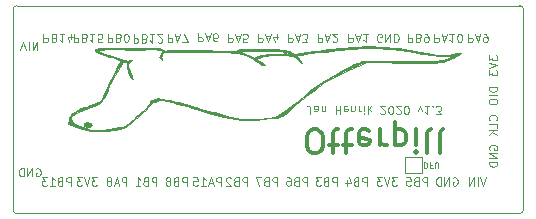
<source format=gbo>
G04 #@! TF.GenerationSoftware,KiCad,Pcbnew,5.1.5+dfsg1-2build2*
G04 #@! TF.CreationDate,2020-10-31T17:23:00+01:00*
G04 #@! TF.ProjectId,OtterPill,4f747465-7250-4696-9c6c-2e6b69636164,rev?*
G04 #@! TF.SameCoordinates,Original*
G04 #@! TF.FileFunction,Legend,Bot*
G04 #@! TF.FilePolarity,Positive*
%FSLAX46Y46*%
G04 Gerber Fmt 4.6, Leading zero omitted, Abs format (unit mm)*
G04 Created by KiCad (PCBNEW 5.1.5+dfsg1-2build2) date 2020-10-31 17:23:00*
%MOMM*%
%LPD*%
G04 APERTURE LIST*
%ADD10C,0.100000*%
%ADD11C,0.300000*%
%ADD12C,0.050000*%
%ADD13C,0.120000*%
%ADD14C,0.010000*%
G04 APERTURE END LIST*
D10*
X21953333Y-33600000D02*
X22020000Y-33566666D01*
X22120000Y-33566666D01*
X22220000Y-33600000D01*
X22286666Y-33666666D01*
X22320000Y-33733333D01*
X22353333Y-33866666D01*
X22353333Y-33966666D01*
X22320000Y-34100000D01*
X22286666Y-34166666D01*
X22220000Y-34233333D01*
X22120000Y-34266666D01*
X22053333Y-34266666D01*
X21953333Y-34233333D01*
X21920000Y-34200000D01*
X21920000Y-33966666D01*
X22053333Y-33966666D01*
X21620000Y-34266666D02*
X21620000Y-33566666D01*
X21220000Y-34266666D01*
X21220000Y-33566666D01*
X20886666Y-34266666D02*
X20886666Y-33566666D01*
X20720000Y-33566666D01*
X20620000Y-33600000D01*
X20553333Y-33666666D01*
X20520000Y-33733333D01*
X20486666Y-33866666D01*
X20486666Y-33966666D01*
X20520000Y-34100000D01*
X20553333Y-34166666D01*
X20620000Y-34233333D01*
X20720000Y-34266666D01*
X20886666Y-34266666D01*
X20623333Y-23543333D02*
X20856666Y-22843333D01*
X21090000Y-23543333D01*
X21323333Y-22843333D02*
X21323333Y-23543333D01*
X21656666Y-22843333D02*
X21656666Y-23543333D01*
X22056666Y-22843333D01*
X22056666Y-23543333D01*
X54792857Y-33073809D02*
X54792857Y-33573809D01*
X54911904Y-33573809D01*
X54983333Y-33550000D01*
X55030952Y-33502380D01*
X55054761Y-33454761D01*
X55078571Y-33359523D01*
X55078571Y-33288095D01*
X55054761Y-33192857D01*
X55030952Y-33145238D01*
X54983333Y-33097619D01*
X54911904Y-33073809D01*
X54792857Y-33073809D01*
X55459523Y-33335714D02*
X55292857Y-33335714D01*
X55292857Y-33073809D02*
X55292857Y-33573809D01*
X55530952Y-33573809D01*
X55721428Y-33573809D02*
X55721428Y-33169047D01*
X55745238Y-33121428D01*
X55769047Y-33097619D01*
X55816666Y-33073809D01*
X55911904Y-33073809D01*
X55959523Y-33097619D01*
X55983333Y-33121428D01*
X56007142Y-33169047D01*
X56007142Y-33573809D01*
D11*
X45351904Y-32285238D02*
X45732857Y-32285238D01*
X45923333Y-32190000D01*
X46113809Y-31999523D01*
X46209047Y-31618571D01*
X46209047Y-30951904D01*
X46113809Y-30570952D01*
X45923333Y-30380476D01*
X45732857Y-30285238D01*
X45351904Y-30285238D01*
X45161428Y-30380476D01*
X44970952Y-30570952D01*
X44875714Y-30951904D01*
X44875714Y-31618571D01*
X44970952Y-31999523D01*
X45161428Y-32190000D01*
X45351904Y-32285238D01*
X46780476Y-31618571D02*
X47542380Y-31618571D01*
X47066190Y-32285238D02*
X47066190Y-30570952D01*
X47161428Y-30380476D01*
X47351904Y-30285238D01*
X47542380Y-30285238D01*
X47923333Y-31618571D02*
X48685238Y-31618571D01*
X48209047Y-32285238D02*
X48209047Y-30570952D01*
X48304285Y-30380476D01*
X48494761Y-30285238D01*
X48685238Y-30285238D01*
X50113809Y-30380476D02*
X49923333Y-30285238D01*
X49542380Y-30285238D01*
X49351904Y-30380476D01*
X49256666Y-30570952D01*
X49256666Y-31332857D01*
X49351904Y-31523333D01*
X49542380Y-31618571D01*
X49923333Y-31618571D01*
X50113809Y-31523333D01*
X50209047Y-31332857D01*
X50209047Y-31142380D01*
X49256666Y-30951904D01*
X51066190Y-30285238D02*
X51066190Y-31618571D01*
X51066190Y-31237619D02*
X51161428Y-31428095D01*
X51256666Y-31523333D01*
X51447142Y-31618571D01*
X51637619Y-31618571D01*
X52304285Y-31618571D02*
X52304285Y-29618571D01*
X52304285Y-31523333D02*
X52494761Y-31618571D01*
X52875714Y-31618571D01*
X53066190Y-31523333D01*
X53161428Y-31428095D01*
X53256666Y-31237619D01*
X53256666Y-30666190D01*
X53161428Y-30475714D01*
X53066190Y-30380476D01*
X52875714Y-30285238D01*
X52494761Y-30285238D01*
X52304285Y-30380476D01*
X54113809Y-30285238D02*
X54113809Y-31618571D01*
X54113809Y-32285238D02*
X54018571Y-32190000D01*
X54113809Y-32094761D01*
X54209047Y-32190000D01*
X54113809Y-32285238D01*
X54113809Y-32094761D01*
X55351904Y-30285238D02*
X55161428Y-30380476D01*
X55066190Y-30570952D01*
X55066190Y-32285238D01*
X56399523Y-30285238D02*
X56209047Y-30380476D01*
X56113809Y-30570952D01*
X56113809Y-32285238D01*
D10*
X45173333Y-28983333D02*
X45173333Y-28483333D01*
X45140000Y-28383333D01*
X45073333Y-28316666D01*
X44973333Y-28283333D01*
X44906666Y-28283333D01*
X45806666Y-28283333D02*
X45806666Y-28650000D01*
X45773333Y-28716666D01*
X45706666Y-28750000D01*
X45573333Y-28750000D01*
X45506666Y-28716666D01*
X45806666Y-28316666D02*
X45740000Y-28283333D01*
X45573333Y-28283333D01*
X45506666Y-28316666D01*
X45473333Y-28383333D01*
X45473333Y-28450000D01*
X45506666Y-28516666D01*
X45573333Y-28550000D01*
X45740000Y-28550000D01*
X45806666Y-28583333D01*
X46140000Y-28750000D02*
X46140000Y-28283333D01*
X46140000Y-28683333D02*
X46173333Y-28716666D01*
X46240000Y-28750000D01*
X46340000Y-28750000D01*
X46406666Y-28716666D01*
X46440000Y-28650000D01*
X46440000Y-28283333D01*
X47306666Y-28283333D02*
X47306666Y-28983333D01*
X47306666Y-28650000D02*
X47706666Y-28650000D01*
X47706666Y-28283333D02*
X47706666Y-28983333D01*
X48306666Y-28316666D02*
X48240000Y-28283333D01*
X48106666Y-28283333D01*
X48040000Y-28316666D01*
X48006666Y-28383333D01*
X48006666Y-28650000D01*
X48040000Y-28716666D01*
X48106666Y-28750000D01*
X48240000Y-28750000D01*
X48306666Y-28716666D01*
X48340000Y-28650000D01*
X48340000Y-28583333D01*
X48006666Y-28516666D01*
X48640000Y-28750000D02*
X48640000Y-28283333D01*
X48640000Y-28683333D02*
X48673333Y-28716666D01*
X48740000Y-28750000D01*
X48840000Y-28750000D01*
X48906666Y-28716666D01*
X48940000Y-28650000D01*
X48940000Y-28283333D01*
X49273333Y-28283333D02*
X49273333Y-28750000D01*
X49273333Y-28616666D02*
X49306666Y-28683333D01*
X49340000Y-28716666D01*
X49406666Y-28750000D01*
X49473333Y-28750000D01*
X49706666Y-28283333D02*
X49706666Y-28750000D01*
X49706666Y-28983333D02*
X49673333Y-28950000D01*
X49706666Y-28916666D01*
X49740000Y-28950000D01*
X49706666Y-28983333D01*
X49706666Y-28916666D01*
X50040000Y-28283333D02*
X50040000Y-28983333D01*
X50106666Y-28550000D02*
X50306666Y-28283333D01*
X50306666Y-28750000D02*
X50040000Y-28483333D01*
X51106666Y-28916666D02*
X51140000Y-28950000D01*
X51206666Y-28983333D01*
X51373333Y-28983333D01*
X51440000Y-28950000D01*
X51473333Y-28916666D01*
X51506666Y-28850000D01*
X51506666Y-28783333D01*
X51473333Y-28683333D01*
X51073333Y-28283333D01*
X51506666Y-28283333D01*
X51940000Y-28983333D02*
X52006666Y-28983333D01*
X52073333Y-28950000D01*
X52106666Y-28916666D01*
X52140000Y-28850000D01*
X52173333Y-28716666D01*
X52173333Y-28550000D01*
X52140000Y-28416666D01*
X52106666Y-28350000D01*
X52073333Y-28316666D01*
X52006666Y-28283333D01*
X51940000Y-28283333D01*
X51873333Y-28316666D01*
X51840000Y-28350000D01*
X51806666Y-28416666D01*
X51773333Y-28550000D01*
X51773333Y-28716666D01*
X51806666Y-28850000D01*
X51840000Y-28916666D01*
X51873333Y-28950000D01*
X51940000Y-28983333D01*
X52440000Y-28916666D02*
X52473333Y-28950000D01*
X52540000Y-28983333D01*
X52706666Y-28983333D01*
X52773333Y-28950000D01*
X52806666Y-28916666D01*
X52840000Y-28850000D01*
X52840000Y-28783333D01*
X52806666Y-28683333D01*
X52406666Y-28283333D01*
X52840000Y-28283333D01*
X53273333Y-28983333D02*
X53340000Y-28983333D01*
X53406666Y-28950000D01*
X53440000Y-28916666D01*
X53473333Y-28850000D01*
X53506666Y-28716666D01*
X53506666Y-28550000D01*
X53473333Y-28416666D01*
X53440000Y-28350000D01*
X53406666Y-28316666D01*
X53340000Y-28283333D01*
X53273333Y-28283333D01*
X53206666Y-28316666D01*
X53173333Y-28350000D01*
X53140000Y-28416666D01*
X53106666Y-28550000D01*
X53106666Y-28716666D01*
X53140000Y-28850000D01*
X53173333Y-28916666D01*
X53206666Y-28950000D01*
X53273333Y-28983333D01*
X54273333Y-28750000D02*
X54440000Y-28283333D01*
X54606666Y-28750000D01*
X55240000Y-28283333D02*
X54840000Y-28283333D01*
X55040000Y-28283333D02*
X55040000Y-28983333D01*
X54973333Y-28883333D01*
X54906666Y-28816666D01*
X54840000Y-28783333D01*
X55540000Y-28350000D02*
X55573333Y-28316666D01*
X55540000Y-28283333D01*
X55506666Y-28316666D01*
X55540000Y-28350000D01*
X55540000Y-28283333D01*
X55806666Y-28983333D02*
X56240000Y-28983333D01*
X56006666Y-28716666D01*
X56106666Y-28716666D01*
X56173333Y-28683333D01*
X56206666Y-28650000D01*
X56240000Y-28583333D01*
X56240000Y-28416666D01*
X56206666Y-28350000D01*
X56173333Y-28316666D01*
X56106666Y-28283333D01*
X55906666Y-28283333D01*
X55840000Y-28316666D01*
X55806666Y-28350000D01*
X60286666Y-24003333D02*
X60286666Y-24436666D01*
X60553333Y-24203333D01*
X60553333Y-24303333D01*
X60586666Y-24370000D01*
X60620000Y-24403333D01*
X60686666Y-24436666D01*
X60853333Y-24436666D01*
X60920000Y-24403333D01*
X60953333Y-24370000D01*
X60986666Y-24303333D01*
X60986666Y-24103333D01*
X60953333Y-24036666D01*
X60920000Y-24003333D01*
X60286666Y-24636666D02*
X60986666Y-24870000D01*
X60286666Y-25103333D01*
X60286666Y-25270000D02*
X60286666Y-25703333D01*
X60553333Y-25470000D01*
X60553333Y-25570000D01*
X60586666Y-25636666D01*
X60620000Y-25670000D01*
X60686666Y-25703333D01*
X60853333Y-25703333D01*
X60920000Y-25670000D01*
X60953333Y-25636666D01*
X60986666Y-25570000D01*
X60986666Y-25370000D01*
X60953333Y-25303333D01*
X60920000Y-25270000D01*
X60986666Y-26703333D02*
X60286666Y-26703333D01*
X60286666Y-26870000D01*
X60320000Y-26970000D01*
X60386666Y-27036666D01*
X60453333Y-27070000D01*
X60586666Y-27103333D01*
X60686666Y-27103333D01*
X60820000Y-27070000D01*
X60886666Y-27036666D01*
X60953333Y-26970000D01*
X60986666Y-26870000D01*
X60986666Y-26703333D01*
X60986666Y-27403333D02*
X60286666Y-27403333D01*
X60286666Y-27870000D02*
X60286666Y-28003333D01*
X60320000Y-28070000D01*
X60386666Y-28136666D01*
X60520000Y-28170000D01*
X60753333Y-28170000D01*
X60886666Y-28136666D01*
X60953333Y-28070000D01*
X60986666Y-28003333D01*
X60986666Y-27870000D01*
X60953333Y-27803333D01*
X60886666Y-27736666D01*
X60753333Y-27703333D01*
X60520000Y-27703333D01*
X60386666Y-27736666D01*
X60320000Y-27803333D01*
X60286666Y-27870000D01*
X60920000Y-29503333D02*
X60953333Y-29470000D01*
X60986666Y-29370000D01*
X60986666Y-29303333D01*
X60953333Y-29203333D01*
X60886666Y-29136666D01*
X60820000Y-29103333D01*
X60686666Y-29070000D01*
X60586666Y-29070000D01*
X60453333Y-29103333D01*
X60386666Y-29136666D01*
X60320000Y-29203333D01*
X60286666Y-29303333D01*
X60286666Y-29370000D01*
X60320000Y-29470000D01*
X60353333Y-29503333D01*
X60986666Y-30136666D02*
X60986666Y-29803333D01*
X60286666Y-29803333D01*
X60986666Y-30370000D02*
X60286666Y-30370000D01*
X60986666Y-30770000D02*
X60586666Y-30470000D01*
X60286666Y-30770000D02*
X60686666Y-30370000D01*
X60345000Y-31986666D02*
X60311666Y-31920000D01*
X60311666Y-31820000D01*
X60345000Y-31720000D01*
X60411666Y-31653333D01*
X60478333Y-31620000D01*
X60611666Y-31586666D01*
X60711666Y-31586666D01*
X60845000Y-31620000D01*
X60911666Y-31653333D01*
X60978333Y-31720000D01*
X61011666Y-31820000D01*
X61011666Y-31886666D01*
X60978333Y-31986666D01*
X60945000Y-32020000D01*
X60711666Y-32020000D01*
X60711666Y-31886666D01*
X61011666Y-32320000D02*
X60311666Y-32320000D01*
X61011666Y-32720000D01*
X60311666Y-32720000D01*
X61011666Y-33053333D02*
X60311666Y-33053333D01*
X60311666Y-33220000D01*
X60345000Y-33320000D01*
X60411666Y-33386666D01*
X60478333Y-33420000D01*
X60611666Y-33453333D01*
X60711666Y-33453333D01*
X60845000Y-33420000D01*
X60911666Y-33386666D01*
X60978333Y-33320000D01*
X61011666Y-33220000D01*
X61011666Y-33053333D01*
X51191666Y-22850000D02*
X51125000Y-22883333D01*
X51025000Y-22883333D01*
X50925000Y-22850000D01*
X50858333Y-22783333D01*
X50825000Y-22716666D01*
X50791666Y-22583333D01*
X50791666Y-22483333D01*
X50825000Y-22350000D01*
X50858333Y-22283333D01*
X50925000Y-22216666D01*
X51025000Y-22183333D01*
X51091666Y-22183333D01*
X51191666Y-22216666D01*
X51225000Y-22250000D01*
X51225000Y-22483333D01*
X51091666Y-22483333D01*
X51525000Y-22183333D02*
X51525000Y-22883333D01*
X51925000Y-22183333D01*
X51925000Y-22883333D01*
X52258333Y-22183333D02*
X52258333Y-22883333D01*
X52425000Y-22883333D01*
X52525000Y-22850000D01*
X52591666Y-22783333D01*
X52625000Y-22716666D01*
X52658333Y-22583333D01*
X52658333Y-22483333D01*
X52625000Y-22350000D01*
X52591666Y-22283333D01*
X52525000Y-22216666D01*
X52425000Y-22183333D01*
X52258333Y-22183333D01*
X28008333Y-22183333D02*
X28008333Y-22883333D01*
X28275000Y-22883333D01*
X28341666Y-22850000D01*
X28375000Y-22816666D01*
X28408333Y-22750000D01*
X28408333Y-22650000D01*
X28375000Y-22583333D01*
X28341666Y-22550000D01*
X28275000Y-22516666D01*
X28008333Y-22516666D01*
X28941666Y-22550000D02*
X29041666Y-22516666D01*
X29075000Y-22483333D01*
X29108333Y-22416666D01*
X29108333Y-22316666D01*
X29075000Y-22250000D01*
X29041666Y-22216666D01*
X28975000Y-22183333D01*
X28708333Y-22183333D01*
X28708333Y-22883333D01*
X28941666Y-22883333D01*
X29008333Y-22850000D01*
X29041666Y-22816666D01*
X29075000Y-22750000D01*
X29075000Y-22683333D01*
X29041666Y-22616666D01*
X29008333Y-22583333D01*
X28941666Y-22550000D01*
X28708333Y-22550000D01*
X29541666Y-22883333D02*
X29608333Y-22883333D01*
X29675000Y-22850000D01*
X29708333Y-22816666D01*
X29741666Y-22750000D01*
X29775000Y-22616666D01*
X29775000Y-22450000D01*
X29741666Y-22316666D01*
X29708333Y-22250000D01*
X29675000Y-22216666D01*
X29608333Y-22183333D01*
X29541666Y-22183333D01*
X29475000Y-22216666D01*
X29441666Y-22250000D01*
X29408333Y-22316666D01*
X29375000Y-22450000D01*
X29375000Y-22616666D01*
X29408333Y-22750000D01*
X29441666Y-22816666D01*
X29475000Y-22850000D01*
X29541666Y-22883333D01*
X53408333Y-22183333D02*
X53408333Y-22883333D01*
X53675000Y-22883333D01*
X53741666Y-22850000D01*
X53775000Y-22816666D01*
X53808333Y-22750000D01*
X53808333Y-22650000D01*
X53775000Y-22583333D01*
X53741666Y-22550000D01*
X53675000Y-22516666D01*
X53408333Y-22516666D01*
X54341666Y-22550000D02*
X54441666Y-22516666D01*
X54475000Y-22483333D01*
X54508333Y-22416666D01*
X54508333Y-22316666D01*
X54475000Y-22250000D01*
X54441666Y-22216666D01*
X54375000Y-22183333D01*
X54108333Y-22183333D01*
X54108333Y-22883333D01*
X54341666Y-22883333D01*
X54408333Y-22850000D01*
X54441666Y-22816666D01*
X54475000Y-22750000D01*
X54475000Y-22683333D01*
X54441666Y-22616666D01*
X54408333Y-22583333D01*
X54341666Y-22550000D01*
X54108333Y-22550000D01*
X54841666Y-22183333D02*
X54975000Y-22183333D01*
X55041666Y-22216666D01*
X55075000Y-22250000D01*
X55141666Y-22350000D01*
X55175000Y-22483333D01*
X55175000Y-22750000D01*
X55141666Y-22816666D01*
X55108333Y-22850000D01*
X55041666Y-22883333D01*
X54908333Y-22883333D01*
X54841666Y-22850000D01*
X54808333Y-22816666D01*
X54775000Y-22750000D01*
X54775000Y-22583333D01*
X54808333Y-22516666D01*
X54841666Y-22483333D01*
X54908333Y-22450000D01*
X55041666Y-22450000D01*
X55108333Y-22483333D01*
X55141666Y-22516666D01*
X55175000Y-22583333D01*
X30200000Y-22233333D02*
X30200000Y-22933333D01*
X30466666Y-22933333D01*
X30533333Y-22900000D01*
X30566666Y-22866666D01*
X30600000Y-22800000D01*
X30600000Y-22700000D01*
X30566666Y-22633333D01*
X30533333Y-22600000D01*
X30466666Y-22566666D01*
X30200000Y-22566666D01*
X31133333Y-22600000D02*
X31233333Y-22566666D01*
X31266666Y-22533333D01*
X31300000Y-22466666D01*
X31300000Y-22366666D01*
X31266666Y-22300000D01*
X31233333Y-22266666D01*
X31166666Y-22233333D01*
X30900000Y-22233333D01*
X30900000Y-22933333D01*
X31133333Y-22933333D01*
X31200000Y-22900000D01*
X31233333Y-22866666D01*
X31266666Y-22800000D01*
X31266666Y-22733333D01*
X31233333Y-22666666D01*
X31200000Y-22633333D01*
X31133333Y-22600000D01*
X30900000Y-22600000D01*
X31966666Y-22233333D02*
X31566666Y-22233333D01*
X31766666Y-22233333D02*
X31766666Y-22933333D01*
X31700000Y-22833333D01*
X31633333Y-22766666D01*
X31566666Y-22733333D01*
X32233333Y-22866666D02*
X32266666Y-22900000D01*
X32333333Y-22933333D01*
X32500000Y-22933333D01*
X32566666Y-22900000D01*
X32600000Y-22866666D01*
X32633333Y-22800000D01*
X32633333Y-22733333D01*
X32600000Y-22633333D01*
X32200000Y-22233333D01*
X32633333Y-22233333D01*
X35658333Y-22133333D02*
X35658333Y-22833333D01*
X35925000Y-22833333D01*
X35991666Y-22800000D01*
X36025000Y-22766666D01*
X36058333Y-22700000D01*
X36058333Y-22600000D01*
X36025000Y-22533333D01*
X35991666Y-22500000D01*
X35925000Y-22466666D01*
X35658333Y-22466666D01*
X36325000Y-22333333D02*
X36658333Y-22333333D01*
X36258333Y-22133333D02*
X36491666Y-22833333D01*
X36725000Y-22133333D01*
X37258333Y-22833333D02*
X37125000Y-22833333D01*
X37058333Y-22800000D01*
X37025000Y-22766666D01*
X36958333Y-22666666D01*
X36925000Y-22533333D01*
X36925000Y-22266666D01*
X36958333Y-22200000D01*
X36991666Y-22166666D01*
X37058333Y-22133333D01*
X37191666Y-22133333D01*
X37258333Y-22166666D01*
X37291666Y-22200000D01*
X37325000Y-22266666D01*
X37325000Y-22433333D01*
X37291666Y-22500000D01*
X37258333Y-22533333D01*
X37191666Y-22566666D01*
X37058333Y-22566666D01*
X36991666Y-22533333D01*
X36958333Y-22500000D01*
X36925000Y-22433333D01*
X55675000Y-22183333D02*
X55675000Y-22883333D01*
X55941666Y-22883333D01*
X56008333Y-22850000D01*
X56041666Y-22816666D01*
X56075000Y-22750000D01*
X56075000Y-22650000D01*
X56041666Y-22583333D01*
X56008333Y-22550000D01*
X55941666Y-22516666D01*
X55675000Y-22516666D01*
X56341666Y-22383333D02*
X56675000Y-22383333D01*
X56275000Y-22183333D02*
X56508333Y-22883333D01*
X56741666Y-22183333D01*
X57341666Y-22183333D02*
X56941666Y-22183333D01*
X57141666Y-22183333D02*
X57141666Y-22883333D01*
X57075000Y-22783333D01*
X57008333Y-22716666D01*
X56941666Y-22683333D01*
X57775000Y-22883333D02*
X57841666Y-22883333D01*
X57908333Y-22850000D01*
X57941666Y-22816666D01*
X57975000Y-22750000D01*
X58008333Y-22616666D01*
X58008333Y-22450000D01*
X57975000Y-22316666D01*
X57941666Y-22250000D01*
X57908333Y-22216666D01*
X57841666Y-22183333D01*
X57775000Y-22183333D01*
X57708333Y-22216666D01*
X57675000Y-22250000D01*
X57641666Y-22316666D01*
X57608333Y-22450000D01*
X57608333Y-22616666D01*
X57641666Y-22750000D01*
X57675000Y-22816666D01*
X57708333Y-22850000D01*
X57775000Y-22883333D01*
X48383333Y-22183333D02*
X48383333Y-22883333D01*
X48650000Y-22883333D01*
X48716666Y-22850000D01*
X48750000Y-22816666D01*
X48783333Y-22750000D01*
X48783333Y-22650000D01*
X48750000Y-22583333D01*
X48716666Y-22550000D01*
X48650000Y-22516666D01*
X48383333Y-22516666D01*
X49050000Y-22383333D02*
X49383333Y-22383333D01*
X48983333Y-22183333D02*
X49216666Y-22883333D01*
X49450000Y-22183333D01*
X50050000Y-22183333D02*
X49650000Y-22183333D01*
X49850000Y-22183333D02*
X49850000Y-22883333D01*
X49783333Y-22783333D01*
X49716666Y-22716666D01*
X49650000Y-22683333D01*
X38208333Y-22183333D02*
X38208333Y-22883333D01*
X38475000Y-22883333D01*
X38541666Y-22850000D01*
X38575000Y-22816666D01*
X38608333Y-22750000D01*
X38608333Y-22650000D01*
X38575000Y-22583333D01*
X38541666Y-22550000D01*
X38475000Y-22516666D01*
X38208333Y-22516666D01*
X38875000Y-22383333D02*
X39208333Y-22383333D01*
X38808333Y-22183333D02*
X39041666Y-22883333D01*
X39275000Y-22183333D01*
X39841666Y-22883333D02*
X39508333Y-22883333D01*
X39475000Y-22550000D01*
X39508333Y-22583333D01*
X39575000Y-22616666D01*
X39741666Y-22616666D01*
X39808333Y-22583333D01*
X39841666Y-22550000D01*
X39875000Y-22483333D01*
X39875000Y-22316666D01*
X39841666Y-22250000D01*
X39808333Y-22216666D01*
X39741666Y-22183333D01*
X39575000Y-22183333D01*
X39508333Y-22216666D01*
X39475000Y-22250000D01*
X22575000Y-22183333D02*
X22575000Y-22883333D01*
X22841666Y-22883333D01*
X22908333Y-22850000D01*
X22941666Y-22816666D01*
X22975000Y-22750000D01*
X22975000Y-22650000D01*
X22941666Y-22583333D01*
X22908333Y-22550000D01*
X22841666Y-22516666D01*
X22575000Y-22516666D01*
X23508333Y-22550000D02*
X23608333Y-22516666D01*
X23641666Y-22483333D01*
X23675000Y-22416666D01*
X23675000Y-22316666D01*
X23641666Y-22250000D01*
X23608333Y-22216666D01*
X23541666Y-22183333D01*
X23275000Y-22183333D01*
X23275000Y-22883333D01*
X23508333Y-22883333D01*
X23575000Y-22850000D01*
X23608333Y-22816666D01*
X23641666Y-22750000D01*
X23641666Y-22683333D01*
X23608333Y-22616666D01*
X23575000Y-22583333D01*
X23508333Y-22550000D01*
X23275000Y-22550000D01*
X24341666Y-22183333D02*
X23941666Y-22183333D01*
X24141666Y-22183333D02*
X24141666Y-22883333D01*
X24075000Y-22783333D01*
X24008333Y-22716666D01*
X23941666Y-22683333D01*
X24941666Y-22650000D02*
X24941666Y-22183333D01*
X24775000Y-22916666D02*
X24608333Y-22416666D01*
X25041666Y-22416666D01*
X43258333Y-22183333D02*
X43258333Y-22883333D01*
X43525000Y-22883333D01*
X43591666Y-22850000D01*
X43625000Y-22816666D01*
X43658333Y-22750000D01*
X43658333Y-22650000D01*
X43625000Y-22583333D01*
X43591666Y-22550000D01*
X43525000Y-22516666D01*
X43258333Y-22516666D01*
X43925000Y-22383333D02*
X44258333Y-22383333D01*
X43858333Y-22183333D02*
X44091666Y-22883333D01*
X44325000Y-22183333D01*
X44491666Y-22883333D02*
X44925000Y-22883333D01*
X44691666Y-22616666D01*
X44791666Y-22616666D01*
X44858333Y-22583333D01*
X44891666Y-22550000D01*
X44925000Y-22483333D01*
X44925000Y-22316666D01*
X44891666Y-22250000D01*
X44858333Y-22216666D01*
X44791666Y-22183333D01*
X44591666Y-22183333D01*
X44525000Y-22216666D01*
X44491666Y-22250000D01*
X58508333Y-22183333D02*
X58508333Y-22883333D01*
X58775000Y-22883333D01*
X58841666Y-22850000D01*
X58875000Y-22816666D01*
X58908333Y-22750000D01*
X58908333Y-22650000D01*
X58875000Y-22583333D01*
X58841666Y-22550000D01*
X58775000Y-22516666D01*
X58508333Y-22516666D01*
X59175000Y-22383333D02*
X59508333Y-22383333D01*
X59108333Y-22183333D02*
X59341666Y-22883333D01*
X59575000Y-22183333D01*
X59841666Y-22183333D02*
X59975000Y-22183333D01*
X60041666Y-22216666D01*
X60075000Y-22250000D01*
X60141666Y-22350000D01*
X60175000Y-22483333D01*
X60175000Y-22750000D01*
X60141666Y-22816666D01*
X60108333Y-22850000D01*
X60041666Y-22883333D01*
X59908333Y-22883333D01*
X59841666Y-22850000D01*
X59808333Y-22816666D01*
X59775000Y-22750000D01*
X59775000Y-22583333D01*
X59808333Y-22516666D01*
X59841666Y-22483333D01*
X59908333Y-22450000D01*
X60041666Y-22450000D01*
X60108333Y-22483333D01*
X60141666Y-22516666D01*
X60175000Y-22583333D01*
X25125000Y-22183333D02*
X25125000Y-22883333D01*
X25391666Y-22883333D01*
X25458333Y-22850000D01*
X25491666Y-22816666D01*
X25525000Y-22750000D01*
X25525000Y-22650000D01*
X25491666Y-22583333D01*
X25458333Y-22550000D01*
X25391666Y-22516666D01*
X25125000Y-22516666D01*
X26058333Y-22550000D02*
X26158333Y-22516666D01*
X26191666Y-22483333D01*
X26225000Y-22416666D01*
X26225000Y-22316666D01*
X26191666Y-22250000D01*
X26158333Y-22216666D01*
X26091666Y-22183333D01*
X25825000Y-22183333D01*
X25825000Y-22883333D01*
X26058333Y-22883333D01*
X26125000Y-22850000D01*
X26158333Y-22816666D01*
X26191666Y-22750000D01*
X26191666Y-22683333D01*
X26158333Y-22616666D01*
X26125000Y-22583333D01*
X26058333Y-22550000D01*
X25825000Y-22550000D01*
X26891666Y-22183333D02*
X26491666Y-22183333D01*
X26691666Y-22183333D02*
X26691666Y-22883333D01*
X26625000Y-22783333D01*
X26558333Y-22716666D01*
X26491666Y-22683333D01*
X27525000Y-22883333D02*
X27191666Y-22883333D01*
X27158333Y-22550000D01*
X27191666Y-22583333D01*
X27258333Y-22616666D01*
X27425000Y-22616666D01*
X27491666Y-22583333D01*
X27525000Y-22550000D01*
X27558333Y-22483333D01*
X27558333Y-22316666D01*
X27525000Y-22250000D01*
X27491666Y-22216666D01*
X27425000Y-22183333D01*
X27258333Y-22183333D01*
X27191666Y-22216666D01*
X27158333Y-22250000D01*
X40733333Y-22183333D02*
X40733333Y-22883333D01*
X41000000Y-22883333D01*
X41066666Y-22850000D01*
X41100000Y-22816666D01*
X41133333Y-22750000D01*
X41133333Y-22650000D01*
X41100000Y-22583333D01*
X41066666Y-22550000D01*
X41000000Y-22516666D01*
X40733333Y-22516666D01*
X41400000Y-22383333D02*
X41733333Y-22383333D01*
X41333333Y-22183333D02*
X41566666Y-22883333D01*
X41800000Y-22183333D01*
X42333333Y-22650000D02*
X42333333Y-22183333D01*
X42166666Y-22916666D02*
X42000000Y-22416666D01*
X42433333Y-22416666D01*
X33083333Y-22183333D02*
X33083333Y-22883333D01*
X33350000Y-22883333D01*
X33416666Y-22850000D01*
X33450000Y-22816666D01*
X33483333Y-22750000D01*
X33483333Y-22650000D01*
X33450000Y-22583333D01*
X33416666Y-22550000D01*
X33350000Y-22516666D01*
X33083333Y-22516666D01*
X33750000Y-22383333D02*
X34083333Y-22383333D01*
X33683333Y-22183333D02*
X33916666Y-22883333D01*
X34150000Y-22183333D01*
X34316666Y-22883333D02*
X34783333Y-22883333D01*
X34483333Y-22183333D01*
X45783333Y-22183333D02*
X45783333Y-22883333D01*
X46050000Y-22883333D01*
X46116666Y-22850000D01*
X46150000Y-22816666D01*
X46183333Y-22750000D01*
X46183333Y-22650000D01*
X46150000Y-22583333D01*
X46116666Y-22550000D01*
X46050000Y-22516666D01*
X45783333Y-22516666D01*
X46450000Y-22383333D02*
X46783333Y-22383333D01*
X46383333Y-22183333D02*
X46616666Y-22883333D01*
X46850000Y-22183333D01*
X47050000Y-22816666D02*
X47083333Y-22850000D01*
X47150000Y-22883333D01*
X47316666Y-22883333D01*
X47383333Y-22850000D01*
X47416666Y-22816666D01*
X47450000Y-22750000D01*
X47450000Y-22683333D01*
X47416666Y-22583333D01*
X47016666Y-22183333D01*
X47450000Y-22183333D01*
X42341666Y-35041666D02*
X42341666Y-34341666D01*
X42075000Y-34341666D01*
X42008333Y-34375000D01*
X41975000Y-34408333D01*
X41941666Y-34475000D01*
X41941666Y-34575000D01*
X41975000Y-34641666D01*
X42008333Y-34675000D01*
X42075000Y-34708333D01*
X42341666Y-34708333D01*
X41408333Y-34675000D02*
X41308333Y-34708333D01*
X41275000Y-34741666D01*
X41241666Y-34808333D01*
X41241666Y-34908333D01*
X41275000Y-34975000D01*
X41308333Y-35008333D01*
X41375000Y-35041666D01*
X41641666Y-35041666D01*
X41641666Y-34341666D01*
X41408333Y-34341666D01*
X41341666Y-34375000D01*
X41308333Y-34408333D01*
X41275000Y-34475000D01*
X41275000Y-34541666D01*
X41308333Y-34608333D01*
X41341666Y-34641666D01*
X41408333Y-34675000D01*
X41641666Y-34675000D01*
X41008333Y-34341666D02*
X40541666Y-34341666D01*
X40841666Y-35041666D01*
X57258333Y-34375000D02*
X57325000Y-34341666D01*
X57425000Y-34341666D01*
X57525000Y-34375000D01*
X57591666Y-34441666D01*
X57625000Y-34508333D01*
X57658333Y-34641666D01*
X57658333Y-34741666D01*
X57625000Y-34875000D01*
X57591666Y-34941666D01*
X57525000Y-35008333D01*
X57425000Y-35041666D01*
X57358333Y-35041666D01*
X57258333Y-35008333D01*
X57225000Y-34975000D01*
X57225000Y-34741666D01*
X57358333Y-34741666D01*
X56925000Y-35041666D02*
X56925000Y-34341666D01*
X56525000Y-35041666D01*
X56525000Y-34341666D01*
X56191666Y-35041666D02*
X56191666Y-34341666D01*
X56025000Y-34341666D01*
X55925000Y-34375000D01*
X55858333Y-34441666D01*
X55825000Y-34508333D01*
X55791666Y-34641666D01*
X55791666Y-34741666D01*
X55825000Y-34875000D01*
X55858333Y-34941666D01*
X55925000Y-35008333D01*
X56025000Y-35041666D01*
X56191666Y-35041666D01*
X32141666Y-35041666D02*
X32141666Y-34341666D01*
X31875000Y-34341666D01*
X31808333Y-34375000D01*
X31775000Y-34408333D01*
X31741666Y-34475000D01*
X31741666Y-34575000D01*
X31775000Y-34641666D01*
X31808333Y-34675000D01*
X31875000Y-34708333D01*
X32141666Y-34708333D01*
X31208333Y-34675000D02*
X31108333Y-34708333D01*
X31075000Y-34741666D01*
X31041666Y-34808333D01*
X31041666Y-34908333D01*
X31075000Y-34975000D01*
X31108333Y-35008333D01*
X31175000Y-35041666D01*
X31441666Y-35041666D01*
X31441666Y-34341666D01*
X31208333Y-34341666D01*
X31141666Y-34375000D01*
X31108333Y-34408333D01*
X31075000Y-34475000D01*
X31075000Y-34541666D01*
X31108333Y-34608333D01*
X31141666Y-34641666D01*
X31208333Y-34675000D01*
X31441666Y-34675000D01*
X30375000Y-35041666D02*
X30775000Y-35041666D01*
X30575000Y-35041666D02*
X30575000Y-34341666D01*
X30641666Y-34441666D01*
X30708333Y-34508333D01*
X30775000Y-34541666D01*
X29591666Y-35041666D02*
X29591666Y-34341666D01*
X29325000Y-34341666D01*
X29258333Y-34375000D01*
X29225000Y-34408333D01*
X29191666Y-34475000D01*
X29191666Y-34575000D01*
X29225000Y-34641666D01*
X29258333Y-34675000D01*
X29325000Y-34708333D01*
X29591666Y-34708333D01*
X28925000Y-34841666D02*
X28591666Y-34841666D01*
X28991666Y-35041666D02*
X28758333Y-34341666D01*
X28525000Y-35041666D01*
X28191666Y-34641666D02*
X28258333Y-34608333D01*
X28291666Y-34575000D01*
X28325000Y-34508333D01*
X28325000Y-34475000D01*
X28291666Y-34408333D01*
X28258333Y-34375000D01*
X28191666Y-34341666D01*
X28058333Y-34341666D01*
X27991666Y-34375000D01*
X27958333Y-34408333D01*
X27925000Y-34475000D01*
X27925000Y-34508333D01*
X27958333Y-34575000D01*
X27991666Y-34608333D01*
X28058333Y-34641666D01*
X28191666Y-34641666D01*
X28258333Y-34675000D01*
X28291666Y-34708333D01*
X28325000Y-34775000D01*
X28325000Y-34908333D01*
X28291666Y-34975000D01*
X28258333Y-35008333D01*
X28191666Y-35041666D01*
X28058333Y-35041666D01*
X27991666Y-35008333D01*
X27958333Y-34975000D01*
X27925000Y-34908333D01*
X27925000Y-34775000D01*
X27958333Y-34708333D01*
X27991666Y-34675000D01*
X28058333Y-34641666D01*
X47391666Y-35041666D02*
X47391666Y-34341666D01*
X47125000Y-34341666D01*
X47058333Y-34375000D01*
X47025000Y-34408333D01*
X46991666Y-34475000D01*
X46991666Y-34575000D01*
X47025000Y-34641666D01*
X47058333Y-34675000D01*
X47125000Y-34708333D01*
X47391666Y-34708333D01*
X46458333Y-34675000D02*
X46358333Y-34708333D01*
X46325000Y-34741666D01*
X46291666Y-34808333D01*
X46291666Y-34908333D01*
X46325000Y-34975000D01*
X46358333Y-35008333D01*
X46425000Y-35041666D01*
X46691666Y-35041666D01*
X46691666Y-34341666D01*
X46458333Y-34341666D01*
X46391666Y-34375000D01*
X46358333Y-34408333D01*
X46325000Y-34475000D01*
X46325000Y-34541666D01*
X46358333Y-34608333D01*
X46391666Y-34641666D01*
X46458333Y-34675000D01*
X46691666Y-34675000D01*
X46058333Y-34341666D02*
X45625000Y-34341666D01*
X45858333Y-34608333D01*
X45758333Y-34608333D01*
X45691666Y-34641666D01*
X45658333Y-34675000D01*
X45625000Y-34741666D01*
X45625000Y-34908333D01*
X45658333Y-34975000D01*
X45691666Y-35008333D01*
X45758333Y-35041666D01*
X45958333Y-35041666D01*
X46025000Y-35008333D01*
X46058333Y-34975000D01*
X52491666Y-34341666D02*
X52058333Y-34341666D01*
X52291666Y-34608333D01*
X52191666Y-34608333D01*
X52125000Y-34641666D01*
X52091666Y-34675000D01*
X52058333Y-34741666D01*
X52058333Y-34908333D01*
X52091666Y-34975000D01*
X52125000Y-35008333D01*
X52191666Y-35041666D01*
X52391666Y-35041666D01*
X52458333Y-35008333D01*
X52491666Y-34975000D01*
X51858333Y-34341666D02*
X51625000Y-35041666D01*
X51391666Y-34341666D01*
X51225000Y-34341666D02*
X50791666Y-34341666D01*
X51025000Y-34608333D01*
X50925000Y-34608333D01*
X50858333Y-34641666D01*
X50825000Y-34675000D01*
X50791666Y-34741666D01*
X50791666Y-34908333D01*
X50825000Y-34975000D01*
X50858333Y-35008333D01*
X50925000Y-35041666D01*
X51125000Y-35041666D01*
X51191666Y-35008333D01*
X51225000Y-34975000D01*
X55041666Y-35041666D02*
X55041666Y-34341666D01*
X54775000Y-34341666D01*
X54708333Y-34375000D01*
X54675000Y-34408333D01*
X54641666Y-34475000D01*
X54641666Y-34575000D01*
X54675000Y-34641666D01*
X54708333Y-34675000D01*
X54775000Y-34708333D01*
X55041666Y-34708333D01*
X54108333Y-34675000D02*
X54008333Y-34708333D01*
X53975000Y-34741666D01*
X53941666Y-34808333D01*
X53941666Y-34908333D01*
X53975000Y-34975000D01*
X54008333Y-35008333D01*
X54075000Y-35041666D01*
X54341666Y-35041666D01*
X54341666Y-34341666D01*
X54108333Y-34341666D01*
X54041666Y-34375000D01*
X54008333Y-34408333D01*
X53975000Y-34475000D01*
X53975000Y-34541666D01*
X54008333Y-34608333D01*
X54041666Y-34641666D01*
X54108333Y-34675000D01*
X54341666Y-34675000D01*
X53308333Y-34341666D02*
X53641666Y-34341666D01*
X53675000Y-34675000D01*
X53641666Y-34641666D01*
X53575000Y-34608333D01*
X53408333Y-34608333D01*
X53341666Y-34641666D01*
X53308333Y-34675000D01*
X53275000Y-34741666D01*
X53275000Y-34908333D01*
X53308333Y-34975000D01*
X53341666Y-35008333D01*
X53408333Y-35041666D01*
X53575000Y-35041666D01*
X53641666Y-35008333D01*
X53675000Y-34975000D01*
X49941666Y-35041666D02*
X49941666Y-34341666D01*
X49675000Y-34341666D01*
X49608333Y-34375000D01*
X49575000Y-34408333D01*
X49541666Y-34475000D01*
X49541666Y-34575000D01*
X49575000Y-34641666D01*
X49608333Y-34675000D01*
X49675000Y-34708333D01*
X49941666Y-34708333D01*
X49008333Y-34675000D02*
X48908333Y-34708333D01*
X48875000Y-34741666D01*
X48841666Y-34808333D01*
X48841666Y-34908333D01*
X48875000Y-34975000D01*
X48908333Y-35008333D01*
X48975000Y-35041666D01*
X49241666Y-35041666D01*
X49241666Y-34341666D01*
X49008333Y-34341666D01*
X48941666Y-34375000D01*
X48908333Y-34408333D01*
X48875000Y-34475000D01*
X48875000Y-34541666D01*
X48908333Y-34608333D01*
X48941666Y-34641666D01*
X49008333Y-34675000D01*
X49241666Y-34675000D01*
X48241666Y-34575000D02*
X48241666Y-35041666D01*
X48408333Y-34308333D02*
X48575000Y-34808333D01*
X48141666Y-34808333D01*
X37575000Y-35041666D02*
X37575000Y-34341666D01*
X37308333Y-34341666D01*
X37241666Y-34375000D01*
X37208333Y-34408333D01*
X37175000Y-34475000D01*
X37175000Y-34575000D01*
X37208333Y-34641666D01*
X37241666Y-34675000D01*
X37308333Y-34708333D01*
X37575000Y-34708333D01*
X36908333Y-34841666D02*
X36575000Y-34841666D01*
X36975000Y-35041666D02*
X36741666Y-34341666D01*
X36508333Y-35041666D01*
X35908333Y-35041666D02*
X36308333Y-35041666D01*
X36108333Y-35041666D02*
X36108333Y-34341666D01*
X36175000Y-34441666D01*
X36241666Y-34508333D01*
X36308333Y-34541666D01*
X35275000Y-34341666D02*
X35608333Y-34341666D01*
X35641666Y-34675000D01*
X35608333Y-34641666D01*
X35541666Y-34608333D01*
X35375000Y-34608333D01*
X35308333Y-34641666D01*
X35275000Y-34675000D01*
X35241666Y-34741666D01*
X35241666Y-34908333D01*
X35275000Y-34975000D01*
X35308333Y-35008333D01*
X35375000Y-35041666D01*
X35541666Y-35041666D01*
X35608333Y-35008333D01*
X35641666Y-34975000D01*
X39791666Y-35041666D02*
X39791666Y-34341666D01*
X39525000Y-34341666D01*
X39458333Y-34375000D01*
X39425000Y-34408333D01*
X39391666Y-34475000D01*
X39391666Y-34575000D01*
X39425000Y-34641666D01*
X39458333Y-34675000D01*
X39525000Y-34708333D01*
X39791666Y-34708333D01*
X38858333Y-34675000D02*
X38758333Y-34708333D01*
X38725000Y-34741666D01*
X38691666Y-34808333D01*
X38691666Y-34908333D01*
X38725000Y-34975000D01*
X38758333Y-35008333D01*
X38825000Y-35041666D01*
X39091666Y-35041666D01*
X39091666Y-34341666D01*
X38858333Y-34341666D01*
X38791666Y-34375000D01*
X38758333Y-34408333D01*
X38725000Y-34475000D01*
X38725000Y-34541666D01*
X38758333Y-34608333D01*
X38791666Y-34641666D01*
X38858333Y-34675000D01*
X39091666Y-34675000D01*
X38425000Y-34408333D02*
X38391666Y-34375000D01*
X38325000Y-34341666D01*
X38158333Y-34341666D01*
X38091666Y-34375000D01*
X38058333Y-34408333D01*
X38025000Y-34475000D01*
X38025000Y-34541666D01*
X38058333Y-34641666D01*
X38458333Y-35041666D01*
X38025000Y-35041666D01*
X60041666Y-34341666D02*
X59808333Y-35041666D01*
X59575000Y-34341666D01*
X59341666Y-35041666D02*
X59341666Y-34341666D01*
X59008333Y-35041666D02*
X59008333Y-34341666D01*
X58608333Y-35041666D01*
X58608333Y-34341666D01*
X34691666Y-35041666D02*
X34691666Y-34341666D01*
X34425000Y-34341666D01*
X34358333Y-34375000D01*
X34325000Y-34408333D01*
X34291666Y-34475000D01*
X34291666Y-34575000D01*
X34325000Y-34641666D01*
X34358333Y-34675000D01*
X34425000Y-34708333D01*
X34691666Y-34708333D01*
X33758333Y-34675000D02*
X33658333Y-34708333D01*
X33625000Y-34741666D01*
X33591666Y-34808333D01*
X33591666Y-34908333D01*
X33625000Y-34975000D01*
X33658333Y-35008333D01*
X33725000Y-35041666D01*
X33991666Y-35041666D01*
X33991666Y-34341666D01*
X33758333Y-34341666D01*
X33691666Y-34375000D01*
X33658333Y-34408333D01*
X33625000Y-34475000D01*
X33625000Y-34541666D01*
X33658333Y-34608333D01*
X33691666Y-34641666D01*
X33758333Y-34675000D01*
X33991666Y-34675000D01*
X33191666Y-34641666D02*
X33258333Y-34608333D01*
X33291666Y-34575000D01*
X33325000Y-34508333D01*
X33325000Y-34475000D01*
X33291666Y-34408333D01*
X33258333Y-34375000D01*
X33191666Y-34341666D01*
X33058333Y-34341666D01*
X32991666Y-34375000D01*
X32958333Y-34408333D01*
X32925000Y-34475000D01*
X32925000Y-34508333D01*
X32958333Y-34575000D01*
X32991666Y-34608333D01*
X33058333Y-34641666D01*
X33191666Y-34641666D01*
X33258333Y-34675000D01*
X33291666Y-34708333D01*
X33325000Y-34775000D01*
X33325000Y-34908333D01*
X33291666Y-34975000D01*
X33258333Y-35008333D01*
X33191666Y-35041666D01*
X33058333Y-35041666D01*
X32991666Y-35008333D01*
X32958333Y-34975000D01*
X32925000Y-34908333D01*
X32925000Y-34775000D01*
X32958333Y-34708333D01*
X32991666Y-34675000D01*
X33058333Y-34641666D01*
X44891666Y-35041666D02*
X44891666Y-34341666D01*
X44625000Y-34341666D01*
X44558333Y-34375000D01*
X44525000Y-34408333D01*
X44491666Y-34475000D01*
X44491666Y-34575000D01*
X44525000Y-34641666D01*
X44558333Y-34675000D01*
X44625000Y-34708333D01*
X44891666Y-34708333D01*
X43958333Y-34675000D02*
X43858333Y-34708333D01*
X43825000Y-34741666D01*
X43791666Y-34808333D01*
X43791666Y-34908333D01*
X43825000Y-34975000D01*
X43858333Y-35008333D01*
X43925000Y-35041666D01*
X44191666Y-35041666D01*
X44191666Y-34341666D01*
X43958333Y-34341666D01*
X43891666Y-34375000D01*
X43858333Y-34408333D01*
X43825000Y-34475000D01*
X43825000Y-34541666D01*
X43858333Y-34608333D01*
X43891666Y-34641666D01*
X43958333Y-34675000D01*
X44191666Y-34675000D01*
X43191666Y-34341666D02*
X43325000Y-34341666D01*
X43391666Y-34375000D01*
X43425000Y-34408333D01*
X43491666Y-34508333D01*
X43525000Y-34641666D01*
X43525000Y-34908333D01*
X43491666Y-34975000D01*
X43458333Y-35008333D01*
X43391666Y-35041666D01*
X43258333Y-35041666D01*
X43191666Y-35008333D01*
X43158333Y-34975000D01*
X43125000Y-34908333D01*
X43125000Y-34741666D01*
X43158333Y-34675000D01*
X43191666Y-34641666D01*
X43258333Y-34608333D01*
X43391666Y-34608333D01*
X43458333Y-34641666D01*
X43491666Y-34675000D01*
X43525000Y-34741666D01*
X24875000Y-35041666D02*
X24875000Y-34341666D01*
X24608333Y-34341666D01*
X24541666Y-34375000D01*
X24508333Y-34408333D01*
X24475000Y-34475000D01*
X24475000Y-34575000D01*
X24508333Y-34641666D01*
X24541666Y-34675000D01*
X24608333Y-34708333D01*
X24875000Y-34708333D01*
X23941666Y-34675000D02*
X23841666Y-34708333D01*
X23808333Y-34741666D01*
X23775000Y-34808333D01*
X23775000Y-34908333D01*
X23808333Y-34975000D01*
X23841666Y-35008333D01*
X23908333Y-35041666D01*
X24175000Y-35041666D01*
X24175000Y-34341666D01*
X23941666Y-34341666D01*
X23875000Y-34375000D01*
X23841666Y-34408333D01*
X23808333Y-34475000D01*
X23808333Y-34541666D01*
X23841666Y-34608333D01*
X23875000Y-34641666D01*
X23941666Y-34675000D01*
X24175000Y-34675000D01*
X23108333Y-35041666D02*
X23508333Y-35041666D01*
X23308333Y-35041666D02*
X23308333Y-34341666D01*
X23375000Y-34441666D01*
X23441666Y-34508333D01*
X23508333Y-34541666D01*
X22875000Y-34341666D02*
X22441666Y-34341666D01*
X22675000Y-34608333D01*
X22575000Y-34608333D01*
X22508333Y-34641666D01*
X22475000Y-34675000D01*
X22441666Y-34741666D01*
X22441666Y-34908333D01*
X22475000Y-34975000D01*
X22508333Y-35008333D01*
X22575000Y-35041666D01*
X22775000Y-35041666D01*
X22841666Y-35008333D01*
X22875000Y-34975000D01*
X27091666Y-34341666D02*
X26658333Y-34341666D01*
X26891666Y-34608333D01*
X26791666Y-34608333D01*
X26725000Y-34641666D01*
X26691666Y-34675000D01*
X26658333Y-34741666D01*
X26658333Y-34908333D01*
X26691666Y-34975000D01*
X26725000Y-35008333D01*
X26791666Y-35041666D01*
X26991666Y-35041666D01*
X27058333Y-35008333D01*
X27091666Y-34975000D01*
X26458333Y-34341666D02*
X26225000Y-35041666D01*
X25991666Y-34341666D01*
X25825000Y-34341666D02*
X25391666Y-34341666D01*
X25625000Y-34608333D01*
X25525000Y-34608333D01*
X25458333Y-34641666D01*
X25425000Y-34675000D01*
X25391666Y-34741666D01*
X25391666Y-34908333D01*
X25425000Y-34975000D01*
X25458333Y-35008333D01*
X25525000Y-35041666D01*
X25725000Y-35041666D01*
X25791666Y-35008333D01*
X25825000Y-34975000D01*
D12*
X63200000Y-37100000D02*
G75*
G02X62900000Y-37400000I-300000J0D01*
G01*
X62900000Y-19800000D02*
G75*
G02X63200000Y-20100000I0J-300000D01*
G01*
X20000000Y-20100000D02*
G75*
G02X20300000Y-19800000I300000J0D01*
G01*
X20300000Y-37400000D02*
G75*
G02X20000000Y-37100000I0J300000D01*
G01*
X20000000Y-37100000D02*
X20000000Y-20100000D01*
X62900000Y-37400000D02*
X20300000Y-37400000D01*
X63200000Y-20100000D02*
X63200000Y-37100000D01*
X20300000Y-19800000D02*
X62900000Y-19800000D01*
D13*
X53200000Y-34000000D02*
X54600000Y-34000000D01*
X54600000Y-34000000D02*
X54600000Y-32600000D01*
X54600000Y-32600000D02*
X53200000Y-32600000D01*
X53200000Y-32600000D02*
X53200000Y-34000000D01*
D14*
G36*
X26513979Y-30050858D02*
G01*
X26617797Y-29998308D01*
X26648494Y-29917835D01*
X26601696Y-29815256D01*
X26564333Y-29773334D01*
X26468388Y-29720589D01*
X26330789Y-29691475D01*
X26185313Y-29688104D01*
X26065739Y-29712588D01*
X26022466Y-29739467D01*
X25976030Y-29834777D01*
X25980027Y-29879167D01*
X26295024Y-29879167D01*
X26302162Y-29826904D01*
X26370910Y-29817912D01*
X26454794Y-29841270D01*
X26500401Y-29881080D01*
X26498091Y-29904770D01*
X26434897Y-29940578D01*
X26351697Y-29930348D01*
X26295345Y-29879987D01*
X26295024Y-29879167D01*
X25980027Y-29879167D01*
X25985713Y-29942290D01*
X26047191Y-30022192D01*
X26053550Y-30025844D01*
X26144139Y-30052135D01*
X26278112Y-30067775D01*
X26341416Y-30069667D01*
X26513979Y-30050858D01*
G37*
X26513979Y-30050858D02*
X26617797Y-29998308D01*
X26648494Y-29917835D01*
X26601696Y-29815256D01*
X26564333Y-29773334D01*
X26468388Y-29720589D01*
X26330789Y-29691475D01*
X26185313Y-29688104D01*
X26065739Y-29712588D01*
X26022466Y-29739467D01*
X25976030Y-29834777D01*
X25980027Y-29879167D01*
X26295024Y-29879167D01*
X26302162Y-29826904D01*
X26370910Y-29817912D01*
X26454794Y-29841270D01*
X26500401Y-29881080D01*
X26498091Y-29904770D01*
X26434897Y-29940578D01*
X26351697Y-29930348D01*
X26295345Y-29879987D01*
X26295024Y-29879167D01*
X25980027Y-29879167D01*
X25985713Y-29942290D01*
X26047191Y-30022192D01*
X26053550Y-30025844D01*
X26144139Y-30052135D01*
X26278112Y-30067775D01*
X26341416Y-30069667D01*
X26513979Y-30050858D01*
G36*
X27205688Y-30449892D02*
G01*
X27917537Y-30422771D01*
X28572250Y-30342456D01*
X29067705Y-30237544D01*
X29318704Y-30166716D01*
X29514025Y-30091079D01*
X29681975Y-29995099D01*
X29850860Y-29863240D01*
X30002480Y-29724508D01*
X30172340Y-29570412D01*
X30362792Y-29408923D01*
X30536853Y-29271241D01*
X30561648Y-29252817D01*
X30686209Y-29149998D01*
X30848871Y-28999161D01*
X31032839Y-28816748D01*
X31221319Y-28619201D01*
X31324001Y-28506501D01*
X31502853Y-28307761D01*
X31637116Y-28163481D01*
X31737825Y-28064292D01*
X31816012Y-28000821D01*
X31882714Y-27963698D01*
X31948963Y-27943551D01*
X31996732Y-27935161D01*
X32154516Y-27898512D01*
X32306595Y-27843619D01*
X32332668Y-27831183D01*
X32392907Y-27802386D01*
X32449397Y-27785488D01*
X32517632Y-27781825D01*
X32613105Y-27792732D01*
X32751310Y-27819545D01*
X32947741Y-27863601D01*
X33089558Y-27896443D01*
X33487415Y-27991719D01*
X33879795Y-28092014D01*
X34283394Y-28202028D01*
X34714909Y-28326461D01*
X35191035Y-28470010D01*
X35728468Y-28637377D01*
X35782360Y-28654384D01*
X36492216Y-28870939D01*
X37157371Y-29058362D01*
X37772681Y-29215514D01*
X38333002Y-29341259D01*
X38833190Y-29434458D01*
X39268102Y-29493975D01*
X39632593Y-29518672D01*
X39693938Y-29519334D01*
X39870566Y-29514161D01*
X40111711Y-29499868D01*
X40397936Y-29478295D01*
X40709806Y-29451281D01*
X41027881Y-29420663D01*
X41332726Y-29388282D01*
X41604903Y-29355977D01*
X41824976Y-29325586D01*
X41931333Y-29307643D01*
X42082767Y-29286758D01*
X42216570Y-29281549D01*
X42272780Y-29287175D01*
X42376226Y-29282112D01*
X42537220Y-29232057D01*
X42738447Y-29146059D01*
X42913221Y-29059307D01*
X43061538Y-28968520D01*
X43206510Y-28856740D01*
X43371249Y-28707005D01*
X43476500Y-28604458D01*
X43664011Y-28424667D01*
X43871646Y-28234515D01*
X44070635Y-28059947D01*
X44196166Y-27955442D01*
X44391290Y-27797761D01*
X44612127Y-27618110D01*
X44819242Y-27448595D01*
X44873500Y-27403945D01*
X45029748Y-27278931D01*
X45175330Y-27169110D01*
X45289661Y-27089696D01*
X45335358Y-27062636D01*
X45416661Y-27009703D01*
X45542129Y-26914110D01*
X45693419Y-26790306D01*
X45825054Y-26676837D01*
X46040427Y-26500222D01*
X46265154Y-26338980D01*
X46469105Y-26214423D01*
X46506196Y-26195061D01*
X46703891Y-26092995D01*
X46928425Y-25973004D01*
X47133518Y-25859848D01*
X47146767Y-25852361D01*
X47825093Y-25492215D01*
X48584095Y-25134542D01*
X49185698Y-24876327D01*
X49950751Y-24559846D01*
X51793625Y-24609735D01*
X52241004Y-24620559D01*
X52713229Y-24629675D01*
X53192321Y-24636891D01*
X53660302Y-24642014D01*
X54099193Y-24644849D01*
X54491016Y-24645203D01*
X54817792Y-24642884D01*
X54843000Y-24642543D01*
X55195204Y-24637346D01*
X55475791Y-24632099D01*
X55697804Y-24625654D01*
X55874283Y-24616861D01*
X56018272Y-24604571D01*
X56142812Y-24587637D01*
X56260946Y-24564908D01*
X56385716Y-24535237D01*
X56530164Y-24497474D01*
X56550066Y-24492177D01*
X56783037Y-24423927D01*
X57021519Y-24343616D01*
X57233637Y-24262492D01*
X57357774Y-24207131D01*
X57542338Y-24108300D01*
X57704712Y-24007326D01*
X57831954Y-23913849D01*
X57911122Y-23837511D01*
X57929273Y-23787953D01*
X57926201Y-23783692D01*
X57875438Y-23781117D01*
X57763116Y-23798403D01*
X57609071Y-23832100D01*
X57524034Y-23853646D01*
X57211620Y-23913156D01*
X56832867Y-23947147D01*
X56401849Y-23956590D01*
X55932641Y-23942460D01*
X55439319Y-23905729D01*
X54935959Y-23847371D01*
X54436635Y-23768358D01*
X53955422Y-23669663D01*
X53615333Y-23583441D01*
X53378221Y-23519607D01*
X53170912Y-23469690D01*
X52975821Y-23431363D01*
X52775367Y-23402301D01*
X52551966Y-23380176D01*
X52288035Y-23362663D01*
X51965990Y-23347436D01*
X51773833Y-23339805D01*
X51480173Y-23326995D01*
X51207133Y-23312078D01*
X50968625Y-23296052D01*
X50778565Y-23279915D01*
X50650865Y-23264664D01*
X50609946Y-23256348D01*
X50472984Y-23231929D01*
X50277928Y-23218387D01*
X50050589Y-23215280D01*
X49816780Y-23222167D01*
X49602311Y-23238606D01*
X49432996Y-23264155D01*
X49382000Y-23277356D01*
X49224526Y-23308888D01*
X48991917Y-23329302D01*
X48693063Y-23337869D01*
X48641166Y-23338090D01*
X48440224Y-23344093D01*
X48173489Y-23360755D01*
X47852525Y-23386693D01*
X47488897Y-23420520D01*
X47094169Y-23460854D01*
X46679905Y-23506308D01*
X46257671Y-23555498D01*
X45839030Y-23607040D01*
X45435547Y-23659548D01*
X45058786Y-23711639D01*
X44720312Y-23761926D01*
X44431689Y-23809027D01*
X44204482Y-23851555D01*
X44052184Y-23887568D01*
X43973646Y-23903550D01*
X43894947Y-23898382D01*
X43794637Y-23866460D01*
X43651265Y-23802181D01*
X43565351Y-23760404D01*
X43373389Y-23675124D01*
X43172606Y-23600644D01*
X43000202Y-23550463D01*
X42968500Y-23543783D01*
X42852119Y-23530513D01*
X42655206Y-23518978D01*
X42381879Y-23509282D01*
X42036257Y-23501529D01*
X41622458Y-23495824D01*
X41144601Y-23492269D01*
X40888197Y-23491343D01*
X40443351Y-23490497D01*
X40075512Y-23490532D01*
X39777026Y-23491712D01*
X39540237Y-23494302D01*
X39357488Y-23498564D01*
X39221123Y-23504762D01*
X39123487Y-23513159D01*
X39056924Y-23524020D01*
X39013777Y-23537607D01*
X38986390Y-23554184D01*
X38983197Y-23556920D01*
X38971472Y-23569086D01*
X38961815Y-23579794D01*
X38949039Y-23589066D01*
X38927961Y-23596921D01*
X38893395Y-23603378D01*
X38840157Y-23608459D01*
X38763061Y-23612184D01*
X38656924Y-23614571D01*
X38516559Y-23615643D01*
X38336782Y-23615418D01*
X38112408Y-23613916D01*
X37838252Y-23611159D01*
X37509129Y-23607166D01*
X37119855Y-23601957D01*
X36665244Y-23595553D01*
X36140112Y-23587972D01*
X35539274Y-23579237D01*
X35052166Y-23572175D01*
X34669421Y-23567825D01*
X34301852Y-23565884D01*
X33961167Y-23566255D01*
X33659073Y-23568839D01*
X33407277Y-23573542D01*
X33217487Y-23580264D01*
X33106571Y-23588282D01*
X32936320Y-23606397D01*
X32826385Y-23610053D01*
X32753186Y-23596202D01*
X32693145Y-23561797D01*
X32653249Y-23529702D01*
X32523034Y-23455885D01*
X32356223Y-23408424D01*
X32334010Y-23405117D01*
X32247254Y-23399179D01*
X32086281Y-23393596D01*
X31861539Y-23388528D01*
X31583479Y-23384132D01*
X31262549Y-23380567D01*
X30909198Y-23377991D01*
X30533876Y-23376563D01*
X30437833Y-23376404D01*
X30045152Y-23375839D01*
X29660272Y-23375126D01*
X29295750Y-23374300D01*
X28964146Y-23373395D01*
X28678019Y-23372447D01*
X28449929Y-23371489D01*
X28292434Y-23370557D01*
X28278833Y-23370448D01*
X28029149Y-23372091D01*
X27754528Y-23379771D01*
X27499587Y-23392048D01*
X27402054Y-23398775D01*
X27206084Y-23416639D01*
X27079385Y-23435810D01*
X27006598Y-23460070D01*
X26972363Y-23493201D01*
X26967177Y-23505865D01*
X26957984Y-23600432D01*
X26998414Y-23686050D01*
X27094975Y-23766514D01*
X27254175Y-23845620D01*
X27482519Y-23927164D01*
X27786516Y-24014943D01*
X27883744Y-24040551D01*
X28129177Y-24109348D01*
X28385611Y-24189874D01*
X28620380Y-24271425D01*
X28780516Y-24334418D01*
X29141043Y-24489299D01*
X28999736Y-24686566D01*
X28923264Y-24807913D01*
X28815800Y-25000456D01*
X28680495Y-25257913D01*
X28520501Y-25574004D01*
X28338972Y-25942449D01*
X28139058Y-26356966D01*
X27923913Y-26811275D01*
X27795872Y-27085202D01*
X27441297Y-27847237D01*
X27013398Y-28045316D01*
X26785855Y-28143608D01*
X26516681Y-28249245D01*
X26245837Y-28346956D01*
X26087711Y-28399021D01*
X25778941Y-28509165D01*
X25488377Y-28638370D01*
X25230157Y-28778508D01*
X25018419Y-28921450D01*
X24867304Y-29059067D01*
X24814197Y-29131176D01*
X24759113Y-29272421D01*
X24747790Y-29329574D01*
X24878576Y-29329574D01*
X24914086Y-29243022D01*
X24972883Y-29160917D01*
X25078888Y-29055010D01*
X25241035Y-28945120D01*
X25465907Y-28827831D01*
X25760085Y-28699726D01*
X26130154Y-28557388D01*
X26148951Y-28550500D01*
X26516912Y-28413195D01*
X26813268Y-28295695D01*
X27047420Y-28193181D01*
X27228769Y-28100837D01*
X27366719Y-28013846D01*
X27470671Y-27927390D01*
X27550027Y-27836651D01*
X27554771Y-27830198D01*
X27642934Y-27704457D01*
X27715885Y-27586483D01*
X27782771Y-27457541D01*
X27852740Y-27298899D01*
X27934942Y-27091822D01*
X28003161Y-26912010D01*
X28057878Y-26767650D01*
X28107358Y-26642642D01*
X28157318Y-26525938D01*
X28213479Y-26406489D01*
X28281560Y-26273244D01*
X28367280Y-26115155D01*
X28476359Y-25921172D01*
X28614516Y-25680245D01*
X28787469Y-25381325D01*
X28861702Y-25253339D01*
X29018723Y-24986491D01*
X29140833Y-24788235D01*
X29232445Y-24652183D01*
X29297975Y-24571946D01*
X29341836Y-24541137D01*
X29353864Y-24541095D01*
X29442120Y-24562547D01*
X29560269Y-24587929D01*
X29562403Y-24588360D01*
X29659280Y-24620521D01*
X29682352Y-24667218D01*
X29678639Y-24680120D01*
X29629322Y-24862458D01*
X29635766Y-25037146D01*
X29654597Y-25121566D01*
X29700581Y-25263961D01*
X29767499Y-25430687D01*
X29846405Y-25603868D01*
X29928353Y-25765628D01*
X30004395Y-25898092D01*
X30065586Y-25983384D01*
X30097089Y-26005667D01*
X30112729Y-25978118D01*
X30092602Y-25891771D01*
X30034971Y-25741073D01*
X29961748Y-25572792D01*
X29879501Y-25375810D01*
X29810856Y-25185682D01*
X29764456Y-25027851D01*
X29749662Y-24948375D01*
X29745091Y-24825788D01*
X29769883Y-24740574D01*
X29839040Y-24654992D01*
X29883793Y-24610946D01*
X29971574Y-24520322D01*
X30026425Y-24451568D01*
X30035666Y-24431029D01*
X30003653Y-24400059D01*
X29931630Y-24401889D01*
X29855626Y-24432078D01*
X29827121Y-24456740D01*
X29793648Y-24480101D01*
X29736770Y-24483864D01*
X29641363Y-24465475D01*
X29492298Y-24422378D01*
X29345687Y-24375408D01*
X29128485Y-24304695D01*
X28865407Y-24219405D01*
X28591208Y-24130789D01*
X28363500Y-24057445D01*
X28052687Y-23954395D01*
X27779338Y-23857577D01*
X27551676Y-23770356D01*
X27377922Y-23696100D01*
X27266298Y-23638173D01*
X27225028Y-23599942D01*
X27227894Y-23592535D01*
X27295052Y-23568591D01*
X27432725Y-23546861D01*
X27626776Y-23528006D01*
X27863070Y-23512685D01*
X28127468Y-23501560D01*
X28405835Y-23495289D01*
X28684032Y-23494534D01*
X28947924Y-23499955D01*
X29083166Y-23505879D01*
X29316546Y-23515052D01*
X29613934Y-23521485D01*
X29954710Y-23525035D01*
X30318254Y-23525558D01*
X30683947Y-23522912D01*
X30945833Y-23518789D01*
X31383062Y-23511143D01*
X31741845Y-23508381D01*
X32028337Y-23512136D01*
X32248696Y-23524044D01*
X32409080Y-23545737D01*
X32515645Y-23578851D01*
X32574548Y-23625019D01*
X32583763Y-23657255D01*
X39174451Y-23657255D01*
X39197248Y-23639795D01*
X39243166Y-23626963D01*
X39331691Y-23616825D01*
X39493313Y-23609713D01*
X39716524Y-23605424D01*
X39989816Y-23603753D01*
X40301681Y-23604496D01*
X40640611Y-23607450D01*
X40995098Y-23612410D01*
X41353635Y-23619174D01*
X41704713Y-23627535D01*
X42036824Y-23637292D01*
X42338461Y-23648240D01*
X42598115Y-23660174D01*
X42804278Y-23672892D01*
X42945442Y-23686189D01*
X42989739Y-23693351D01*
X43159917Y-23735526D01*
X43319619Y-23783677D01*
X43413073Y-23818630D01*
X43482099Y-23850505D01*
X43503698Y-23868328D01*
X43468285Y-23874118D01*
X43366275Y-23869893D01*
X43217722Y-23859771D01*
X43022199Y-23853705D01*
X42763239Y-23856851D01*
X42461415Y-23867896D01*
X42137299Y-23885526D01*
X41811465Y-23908430D01*
X41504486Y-23935296D01*
X41236934Y-23964810D01*
X41029383Y-23995661D01*
X41000000Y-24001251D01*
X40823823Y-24043375D01*
X40662058Y-24094039D01*
X40548565Y-24142578D01*
X40545204Y-24144501D01*
X40407909Y-24224472D01*
X40100704Y-24060433D01*
X39899782Y-23961568D01*
X39667985Y-23859880D01*
X39455398Y-23777335D01*
X39454833Y-23777136D01*
X39293758Y-23719195D01*
X39203459Y-23681478D01*
X39174451Y-23657255D01*
X32583763Y-23657255D01*
X32591946Y-23685876D01*
X32573997Y-23763056D01*
X32526858Y-23858192D01*
X32485373Y-23927392D01*
X32412783Y-24048416D01*
X32381075Y-24124235D01*
X32385331Y-24180854D01*
X32420629Y-24244275D01*
X32424349Y-24249966D01*
X32507775Y-24346506D01*
X32590309Y-24393325D01*
X32647788Y-24381323D01*
X32643148Y-24334611D01*
X32603629Y-24277510D01*
X32551878Y-24208067D01*
X32540414Y-24140622D01*
X32572274Y-24051525D01*
X32649750Y-23918326D01*
X32766166Y-23730752D01*
X33253000Y-23704040D01*
X33385768Y-23699790D01*
X33593768Y-23697108D01*
X33867580Y-23695955D01*
X34197783Y-23696289D01*
X34574960Y-23698072D01*
X34989688Y-23701263D01*
X35432549Y-23705820D01*
X35894123Y-23711705D01*
X36237500Y-23716816D01*
X36789684Y-23725928D01*
X37263827Y-23734670D01*
X37666550Y-23743291D01*
X38004477Y-23752045D01*
X38284230Y-23761180D01*
X38512431Y-23770949D01*
X38695702Y-23781603D01*
X38840668Y-23793393D01*
X38953949Y-23806569D01*
X39042169Y-23821383D01*
X39052666Y-23823553D01*
X39409280Y-23908548D01*
X39708461Y-24004307D01*
X39977437Y-24122612D01*
X40243434Y-24275247D01*
X40500757Y-24450251D01*
X40712402Y-24591607D01*
X40917953Y-24710026D01*
X41101710Y-24797876D01*
X41247974Y-24847523D01*
X41331178Y-24853970D01*
X41330942Y-24827389D01*
X41262191Y-24764600D01*
X41130582Y-24670225D01*
X41010583Y-24591961D01*
X40852637Y-24490544D01*
X40725186Y-24406301D01*
X40642776Y-24349003D01*
X40619000Y-24328859D01*
X40653026Y-24302715D01*
X40739225Y-24253434D01*
X40792268Y-24225660D01*
X40966697Y-24153727D01*
X41184421Y-24096049D01*
X41454731Y-24051229D01*
X41786921Y-24017874D01*
X42190280Y-23994589D01*
X42378668Y-23987621D01*
X42814681Y-23980828D01*
X43175527Y-23992352D01*
X43469121Y-24024202D01*
X43703375Y-24078387D01*
X43886205Y-24156915D01*
X44025525Y-24261796D01*
X44129248Y-24395039D01*
X44153190Y-24438090D01*
X44217367Y-24527487D01*
X44304285Y-24609656D01*
X44390503Y-24666595D01*
X44452582Y-24680300D01*
X44461529Y-24674916D01*
X44450072Y-24632769D01*
X44392247Y-24554763D01*
X44352023Y-24510768D01*
X44270702Y-24415986D01*
X44222771Y-24339088D01*
X44217333Y-24318515D01*
X44188264Y-24259180D01*
X44115299Y-24173761D01*
X44080898Y-24140614D01*
X44003347Y-24065893D01*
X43965403Y-24021412D01*
X43965639Y-24016000D01*
X44012923Y-24010402D01*
X44128556Y-23995010D01*
X44297056Y-23971932D01*
X44502945Y-23943274D01*
X44590913Y-23930915D01*
X45239966Y-23840929D01*
X45852188Y-23758891D01*
X46421750Y-23685480D01*
X46942821Y-23621369D01*
X47409570Y-23567236D01*
X47816165Y-23523755D01*
X48156777Y-23491603D01*
X48425574Y-23471455D01*
X48616725Y-23463988D01*
X48620000Y-23463971D01*
X48846031Y-23457897D01*
X49070156Y-23443088D01*
X49261793Y-23421991D01*
X49360833Y-23404658D01*
X49606183Y-23366460D01*
X49899342Y-23347008D01*
X50205404Y-23346979D01*
X50489462Y-23367053D01*
X50588500Y-23380765D01*
X50719826Y-23396798D01*
X50914210Y-23413532D01*
X51150075Y-23429432D01*
X51405842Y-23442960D01*
X51541000Y-23448602D01*
X51792027Y-23460561D01*
X52032006Y-23478160D01*
X52278279Y-23503535D01*
X52548187Y-23538823D01*
X52859074Y-23586159D01*
X53228283Y-23647680D01*
X53403666Y-23678045D01*
X53890084Y-23762343D01*
X54304619Y-23832415D01*
X54658617Y-23889558D01*
X54963428Y-23935066D01*
X55230400Y-23970233D01*
X55470881Y-23996356D01*
X55696219Y-24014728D01*
X55917763Y-24026644D01*
X56146860Y-24033400D01*
X56394858Y-24036290D01*
X56546879Y-24036703D01*
X56809242Y-24037436D01*
X57040351Y-24039218D01*
X57227762Y-24041860D01*
X57359033Y-24045170D01*
X57421721Y-24048959D01*
X57425296Y-24050131D01*
X57385918Y-24083654D01*
X57275375Y-24131289D01*
X57105271Y-24189319D01*
X56887211Y-24254029D01*
X56632797Y-24321701D01*
X56405678Y-24376683D01*
X55753166Y-24527866D01*
X53170833Y-24495351D01*
X52547235Y-24487482D01*
X52002547Y-24480664D01*
X51531016Y-24474963D01*
X51126890Y-24470444D01*
X50784418Y-24467173D01*
X50497848Y-24465215D01*
X50261428Y-24464635D01*
X50069406Y-24465500D01*
X49916031Y-24467873D01*
X49795550Y-24471821D01*
X49702212Y-24477409D01*
X49630264Y-24484703D01*
X49573956Y-24493768D01*
X49527536Y-24504669D01*
X49485251Y-24517471D01*
X49441349Y-24532241D01*
X49424333Y-24537955D01*
X49163897Y-24637244D01*
X48845669Y-24779878D01*
X48480982Y-24960313D01*
X48081171Y-25173005D01*
X47773333Y-25345629D01*
X47515099Y-25493177D01*
X47232199Y-25654335D01*
X46954425Y-25812159D01*
X46711570Y-25949705D01*
X46651500Y-25983623D01*
X46349913Y-26157030D01*
X46080326Y-26320413D01*
X45829082Y-26483668D01*
X45582528Y-26656695D01*
X45327009Y-26849392D01*
X45048871Y-27071657D01*
X44734458Y-27333388D01*
X44422552Y-27599381D01*
X44242985Y-27751547D01*
X44020124Y-27937171D01*
X43777074Y-28137183D01*
X43536942Y-28332513D01*
X43427719Y-28420437D01*
X43123918Y-28656736D01*
X42852107Y-28848451D01*
X42597009Y-29001143D01*
X42343341Y-29120374D01*
X42075824Y-29211708D01*
X41779177Y-29280705D01*
X41438121Y-29332929D01*
X41037376Y-29373941D01*
X40746000Y-29396625D01*
X40218244Y-29422880D01*
X39745235Y-29419144D01*
X39301559Y-29382684D01*
X38861804Y-29310771D01*
X38400558Y-29200672D01*
X38089539Y-29111093D01*
X37877515Y-29049881D01*
X37608954Y-28977057D01*
X37309959Y-28899439D01*
X37006629Y-28823846D01*
X36809000Y-28776561D01*
X36504671Y-28700828D01*
X36174599Y-28611314D01*
X35849018Y-28516687D01*
X35558161Y-28425610D01*
X35414545Y-28376859D01*
X35146556Y-28285838D01*
X34853727Y-28192496D01*
X34569360Y-28107107D01*
X34326755Y-28039943D01*
X34300867Y-28033301D01*
X34071489Y-27978361D01*
X33805537Y-27919906D01*
X33518842Y-27860878D01*
X33227232Y-27804216D01*
X32946539Y-27752860D01*
X32692592Y-27709750D01*
X32481222Y-27677825D01*
X32328257Y-27660026D01*
X32276433Y-27657325D01*
X32120483Y-27669996D01*
X31962148Y-27704662D01*
X31816819Y-27754346D01*
X31699888Y-27812073D01*
X31626746Y-27870867D01*
X31612784Y-27923752D01*
X31635762Y-27947704D01*
X31622713Y-27985037D01*
X31557446Y-28070390D01*
X31449582Y-28193950D01*
X31308741Y-28345904D01*
X31144545Y-28516442D01*
X30966614Y-28695749D01*
X30784568Y-28874015D01*
X30608027Y-29041426D01*
X30446613Y-29188171D01*
X30309946Y-29304437D01*
X30289666Y-29320623D01*
X30126820Y-29455109D01*
X29952015Y-29608666D01*
X29845166Y-29707986D01*
X29712670Y-29827414D01*
X29587753Y-29916115D01*
X29448185Y-29984810D01*
X29271734Y-30044222D01*
X29036169Y-30105071D01*
X29007831Y-30111807D01*
X28216485Y-30257639D01*
X27422027Y-30320665D01*
X27203828Y-30323667D01*
X26615098Y-30323667D01*
X25880632Y-30072472D01*
X25617511Y-29979375D01*
X25397944Y-29895466D01*
X25232202Y-29825012D01*
X25130556Y-29772280D01*
X25103833Y-29749717D01*
X25053322Y-29668251D01*
X24982206Y-29557717D01*
X24966249Y-29533366D01*
X24896165Y-29415021D01*
X24878576Y-29329574D01*
X24747790Y-29329574D01*
X24721130Y-29464124D01*
X24712022Y-29554509D01*
X24691839Y-29836834D01*
X25623857Y-30143750D01*
X26555876Y-30450667D01*
X27205688Y-30449892D01*
G37*
X27205688Y-30449892D02*
X27917537Y-30422771D01*
X28572250Y-30342456D01*
X29067705Y-30237544D01*
X29318704Y-30166716D01*
X29514025Y-30091079D01*
X29681975Y-29995099D01*
X29850860Y-29863240D01*
X30002480Y-29724508D01*
X30172340Y-29570412D01*
X30362792Y-29408923D01*
X30536853Y-29271241D01*
X30561648Y-29252817D01*
X30686209Y-29149998D01*
X30848871Y-28999161D01*
X31032839Y-28816748D01*
X31221319Y-28619201D01*
X31324001Y-28506501D01*
X31502853Y-28307761D01*
X31637116Y-28163481D01*
X31737825Y-28064292D01*
X31816012Y-28000821D01*
X31882714Y-27963698D01*
X31948963Y-27943551D01*
X31996732Y-27935161D01*
X32154516Y-27898512D01*
X32306595Y-27843619D01*
X32332668Y-27831183D01*
X32392907Y-27802386D01*
X32449397Y-27785488D01*
X32517632Y-27781825D01*
X32613105Y-27792732D01*
X32751310Y-27819545D01*
X32947741Y-27863601D01*
X33089558Y-27896443D01*
X33487415Y-27991719D01*
X33879795Y-28092014D01*
X34283394Y-28202028D01*
X34714909Y-28326461D01*
X35191035Y-28470010D01*
X35728468Y-28637377D01*
X35782360Y-28654384D01*
X36492216Y-28870939D01*
X37157371Y-29058362D01*
X37772681Y-29215514D01*
X38333002Y-29341259D01*
X38833190Y-29434458D01*
X39268102Y-29493975D01*
X39632593Y-29518672D01*
X39693938Y-29519334D01*
X39870566Y-29514161D01*
X40111711Y-29499868D01*
X40397936Y-29478295D01*
X40709806Y-29451281D01*
X41027881Y-29420663D01*
X41332726Y-29388282D01*
X41604903Y-29355977D01*
X41824976Y-29325586D01*
X41931333Y-29307643D01*
X42082767Y-29286758D01*
X42216570Y-29281549D01*
X42272780Y-29287175D01*
X42376226Y-29282112D01*
X42537220Y-29232057D01*
X42738447Y-29146059D01*
X42913221Y-29059307D01*
X43061538Y-28968520D01*
X43206510Y-28856740D01*
X43371249Y-28707005D01*
X43476500Y-28604458D01*
X43664011Y-28424667D01*
X43871646Y-28234515D01*
X44070635Y-28059947D01*
X44196166Y-27955442D01*
X44391290Y-27797761D01*
X44612127Y-27618110D01*
X44819242Y-27448595D01*
X44873500Y-27403945D01*
X45029748Y-27278931D01*
X45175330Y-27169110D01*
X45289661Y-27089696D01*
X45335358Y-27062636D01*
X45416661Y-27009703D01*
X45542129Y-26914110D01*
X45693419Y-26790306D01*
X45825054Y-26676837D01*
X46040427Y-26500222D01*
X46265154Y-26338980D01*
X46469105Y-26214423D01*
X46506196Y-26195061D01*
X46703891Y-26092995D01*
X46928425Y-25973004D01*
X47133518Y-25859848D01*
X47146767Y-25852361D01*
X47825093Y-25492215D01*
X48584095Y-25134542D01*
X49185698Y-24876327D01*
X49950751Y-24559846D01*
X51793625Y-24609735D01*
X52241004Y-24620559D01*
X52713229Y-24629675D01*
X53192321Y-24636891D01*
X53660302Y-24642014D01*
X54099193Y-24644849D01*
X54491016Y-24645203D01*
X54817792Y-24642884D01*
X54843000Y-24642543D01*
X55195204Y-24637346D01*
X55475791Y-24632099D01*
X55697804Y-24625654D01*
X55874283Y-24616861D01*
X56018272Y-24604571D01*
X56142812Y-24587637D01*
X56260946Y-24564908D01*
X56385716Y-24535237D01*
X56530164Y-24497474D01*
X56550066Y-24492177D01*
X56783037Y-24423927D01*
X57021519Y-24343616D01*
X57233637Y-24262492D01*
X57357774Y-24207131D01*
X57542338Y-24108300D01*
X57704712Y-24007326D01*
X57831954Y-23913849D01*
X57911122Y-23837511D01*
X57929273Y-23787953D01*
X57926201Y-23783692D01*
X57875438Y-23781117D01*
X57763116Y-23798403D01*
X57609071Y-23832100D01*
X57524034Y-23853646D01*
X57211620Y-23913156D01*
X56832867Y-23947147D01*
X56401849Y-23956590D01*
X55932641Y-23942460D01*
X55439319Y-23905729D01*
X54935959Y-23847371D01*
X54436635Y-23768358D01*
X53955422Y-23669663D01*
X53615333Y-23583441D01*
X53378221Y-23519607D01*
X53170912Y-23469690D01*
X52975821Y-23431363D01*
X52775367Y-23402301D01*
X52551966Y-23380176D01*
X52288035Y-23362663D01*
X51965990Y-23347436D01*
X51773833Y-23339805D01*
X51480173Y-23326995D01*
X51207133Y-23312078D01*
X50968625Y-23296052D01*
X50778565Y-23279915D01*
X50650865Y-23264664D01*
X50609946Y-23256348D01*
X50472984Y-23231929D01*
X50277928Y-23218387D01*
X50050589Y-23215280D01*
X49816780Y-23222167D01*
X49602311Y-23238606D01*
X49432996Y-23264155D01*
X49382000Y-23277356D01*
X49224526Y-23308888D01*
X48991917Y-23329302D01*
X48693063Y-23337869D01*
X48641166Y-23338090D01*
X48440224Y-23344093D01*
X48173489Y-23360755D01*
X47852525Y-23386693D01*
X47488897Y-23420520D01*
X47094169Y-23460854D01*
X46679905Y-23506308D01*
X46257671Y-23555498D01*
X45839030Y-23607040D01*
X45435547Y-23659548D01*
X45058786Y-23711639D01*
X44720312Y-23761926D01*
X44431689Y-23809027D01*
X44204482Y-23851555D01*
X44052184Y-23887568D01*
X43973646Y-23903550D01*
X43894947Y-23898382D01*
X43794637Y-23866460D01*
X43651265Y-23802181D01*
X43565351Y-23760404D01*
X43373389Y-23675124D01*
X43172606Y-23600644D01*
X43000202Y-23550463D01*
X42968500Y-23543783D01*
X42852119Y-23530513D01*
X42655206Y-23518978D01*
X42381879Y-23509282D01*
X42036257Y-23501529D01*
X41622458Y-23495824D01*
X41144601Y-23492269D01*
X40888197Y-23491343D01*
X40443351Y-23490497D01*
X40075512Y-23490532D01*
X39777026Y-23491712D01*
X39540237Y-23494302D01*
X39357488Y-23498564D01*
X39221123Y-23504762D01*
X39123487Y-23513159D01*
X39056924Y-23524020D01*
X39013777Y-23537607D01*
X38986390Y-23554184D01*
X38983197Y-23556920D01*
X38971472Y-23569086D01*
X38961815Y-23579794D01*
X38949039Y-23589066D01*
X38927961Y-23596921D01*
X38893395Y-23603378D01*
X38840157Y-23608459D01*
X38763061Y-23612184D01*
X38656924Y-23614571D01*
X38516559Y-23615643D01*
X38336782Y-23615418D01*
X38112408Y-23613916D01*
X37838252Y-23611159D01*
X37509129Y-23607166D01*
X37119855Y-23601957D01*
X36665244Y-23595553D01*
X36140112Y-23587972D01*
X35539274Y-23579237D01*
X35052166Y-23572175D01*
X34669421Y-23567825D01*
X34301852Y-23565884D01*
X33961167Y-23566255D01*
X33659073Y-23568839D01*
X33407277Y-23573542D01*
X33217487Y-23580264D01*
X33106571Y-23588282D01*
X32936320Y-23606397D01*
X32826385Y-23610053D01*
X32753186Y-23596202D01*
X32693145Y-23561797D01*
X32653249Y-23529702D01*
X32523034Y-23455885D01*
X32356223Y-23408424D01*
X32334010Y-23405117D01*
X32247254Y-23399179D01*
X32086281Y-23393596D01*
X31861539Y-23388528D01*
X31583479Y-23384132D01*
X31262549Y-23380567D01*
X30909198Y-23377991D01*
X30533876Y-23376563D01*
X30437833Y-23376404D01*
X30045152Y-23375839D01*
X29660272Y-23375126D01*
X29295750Y-23374300D01*
X28964146Y-23373395D01*
X28678019Y-23372447D01*
X28449929Y-23371489D01*
X28292434Y-23370557D01*
X28278833Y-23370448D01*
X28029149Y-23372091D01*
X27754528Y-23379771D01*
X27499587Y-23392048D01*
X27402054Y-23398775D01*
X27206084Y-23416639D01*
X27079385Y-23435810D01*
X27006598Y-23460070D01*
X26972363Y-23493201D01*
X26967177Y-23505865D01*
X26957984Y-23600432D01*
X26998414Y-23686050D01*
X27094975Y-23766514D01*
X27254175Y-23845620D01*
X27482519Y-23927164D01*
X27786516Y-24014943D01*
X27883744Y-24040551D01*
X28129177Y-24109348D01*
X28385611Y-24189874D01*
X28620380Y-24271425D01*
X28780516Y-24334418D01*
X29141043Y-24489299D01*
X28999736Y-24686566D01*
X28923264Y-24807913D01*
X28815800Y-25000456D01*
X28680495Y-25257913D01*
X28520501Y-25574004D01*
X28338972Y-25942449D01*
X28139058Y-26356966D01*
X27923913Y-26811275D01*
X27795872Y-27085202D01*
X27441297Y-27847237D01*
X27013398Y-28045316D01*
X26785855Y-28143608D01*
X26516681Y-28249245D01*
X26245837Y-28346956D01*
X26087711Y-28399021D01*
X25778941Y-28509165D01*
X25488377Y-28638370D01*
X25230157Y-28778508D01*
X25018419Y-28921450D01*
X24867304Y-29059067D01*
X24814197Y-29131176D01*
X24759113Y-29272421D01*
X24747790Y-29329574D01*
X24878576Y-29329574D01*
X24914086Y-29243022D01*
X24972883Y-29160917D01*
X25078888Y-29055010D01*
X25241035Y-28945120D01*
X25465907Y-28827831D01*
X25760085Y-28699726D01*
X26130154Y-28557388D01*
X26148951Y-28550500D01*
X26516912Y-28413195D01*
X26813268Y-28295695D01*
X27047420Y-28193181D01*
X27228769Y-28100837D01*
X27366719Y-28013846D01*
X27470671Y-27927390D01*
X27550027Y-27836651D01*
X27554771Y-27830198D01*
X27642934Y-27704457D01*
X27715885Y-27586483D01*
X27782771Y-27457541D01*
X27852740Y-27298899D01*
X27934942Y-27091822D01*
X28003161Y-26912010D01*
X28057878Y-26767650D01*
X28107358Y-26642642D01*
X28157318Y-26525938D01*
X28213479Y-26406489D01*
X28281560Y-26273244D01*
X28367280Y-26115155D01*
X28476359Y-25921172D01*
X28614516Y-25680245D01*
X28787469Y-25381325D01*
X28861702Y-25253339D01*
X29018723Y-24986491D01*
X29140833Y-24788235D01*
X29232445Y-24652183D01*
X29297975Y-24571946D01*
X29341836Y-24541137D01*
X29353864Y-24541095D01*
X29442120Y-24562547D01*
X29560269Y-24587929D01*
X29562403Y-24588360D01*
X29659280Y-24620521D01*
X29682352Y-24667218D01*
X29678639Y-24680120D01*
X29629322Y-24862458D01*
X29635766Y-25037146D01*
X29654597Y-25121566D01*
X29700581Y-25263961D01*
X29767499Y-25430687D01*
X29846405Y-25603868D01*
X29928353Y-25765628D01*
X30004395Y-25898092D01*
X30065586Y-25983384D01*
X30097089Y-26005667D01*
X30112729Y-25978118D01*
X30092602Y-25891771D01*
X30034971Y-25741073D01*
X29961748Y-25572792D01*
X29879501Y-25375810D01*
X29810856Y-25185682D01*
X29764456Y-25027851D01*
X29749662Y-24948375D01*
X29745091Y-24825788D01*
X29769883Y-24740574D01*
X29839040Y-24654992D01*
X29883793Y-24610946D01*
X29971574Y-24520322D01*
X30026425Y-24451568D01*
X30035666Y-24431029D01*
X30003653Y-24400059D01*
X29931630Y-24401889D01*
X29855626Y-24432078D01*
X29827121Y-24456740D01*
X29793648Y-24480101D01*
X29736770Y-24483864D01*
X29641363Y-24465475D01*
X29492298Y-24422378D01*
X29345687Y-24375408D01*
X29128485Y-24304695D01*
X28865407Y-24219405D01*
X28591208Y-24130789D01*
X28363500Y-24057445D01*
X28052687Y-23954395D01*
X27779338Y-23857577D01*
X27551676Y-23770356D01*
X27377922Y-23696100D01*
X27266298Y-23638173D01*
X27225028Y-23599942D01*
X27227894Y-23592535D01*
X27295052Y-23568591D01*
X27432725Y-23546861D01*
X27626776Y-23528006D01*
X27863070Y-23512685D01*
X28127468Y-23501560D01*
X28405835Y-23495289D01*
X28684032Y-23494534D01*
X28947924Y-23499955D01*
X29083166Y-23505879D01*
X29316546Y-23515052D01*
X29613934Y-23521485D01*
X29954710Y-23525035D01*
X30318254Y-23525558D01*
X30683947Y-23522912D01*
X30945833Y-23518789D01*
X31383062Y-23511143D01*
X31741845Y-23508381D01*
X32028337Y-23512136D01*
X32248696Y-23524044D01*
X32409080Y-23545737D01*
X32515645Y-23578851D01*
X32574548Y-23625019D01*
X32583763Y-23657255D01*
X39174451Y-23657255D01*
X39197248Y-23639795D01*
X39243166Y-23626963D01*
X39331691Y-23616825D01*
X39493313Y-23609713D01*
X39716524Y-23605424D01*
X39989816Y-23603753D01*
X40301681Y-23604496D01*
X40640611Y-23607450D01*
X40995098Y-23612410D01*
X41353635Y-23619174D01*
X41704713Y-23627535D01*
X42036824Y-23637292D01*
X42338461Y-23648240D01*
X42598115Y-23660174D01*
X42804278Y-23672892D01*
X42945442Y-23686189D01*
X42989739Y-23693351D01*
X43159917Y-23735526D01*
X43319619Y-23783677D01*
X43413073Y-23818630D01*
X43482099Y-23850505D01*
X43503698Y-23868328D01*
X43468285Y-23874118D01*
X43366275Y-23869893D01*
X43217722Y-23859771D01*
X43022199Y-23853705D01*
X42763239Y-23856851D01*
X42461415Y-23867896D01*
X42137299Y-23885526D01*
X41811465Y-23908430D01*
X41504486Y-23935296D01*
X41236934Y-23964810D01*
X41029383Y-23995661D01*
X41000000Y-24001251D01*
X40823823Y-24043375D01*
X40662058Y-24094039D01*
X40548565Y-24142578D01*
X40545204Y-24144501D01*
X40407909Y-24224472D01*
X40100704Y-24060433D01*
X39899782Y-23961568D01*
X39667985Y-23859880D01*
X39455398Y-23777335D01*
X39454833Y-23777136D01*
X39293758Y-23719195D01*
X39203459Y-23681478D01*
X39174451Y-23657255D01*
X32583763Y-23657255D01*
X32591946Y-23685876D01*
X32573997Y-23763056D01*
X32526858Y-23858192D01*
X32485373Y-23927392D01*
X32412783Y-24048416D01*
X32381075Y-24124235D01*
X32385331Y-24180854D01*
X32420629Y-24244275D01*
X32424349Y-24249966D01*
X32507775Y-24346506D01*
X32590309Y-24393325D01*
X32647788Y-24381323D01*
X32643148Y-24334611D01*
X32603629Y-24277510D01*
X32551878Y-24208067D01*
X32540414Y-24140622D01*
X32572274Y-24051525D01*
X32649750Y-23918326D01*
X32766166Y-23730752D01*
X33253000Y-23704040D01*
X33385768Y-23699790D01*
X33593768Y-23697108D01*
X33867580Y-23695955D01*
X34197783Y-23696289D01*
X34574960Y-23698072D01*
X34989688Y-23701263D01*
X35432549Y-23705820D01*
X35894123Y-23711705D01*
X36237500Y-23716816D01*
X36789684Y-23725928D01*
X37263827Y-23734670D01*
X37666550Y-23743291D01*
X38004477Y-23752045D01*
X38284230Y-23761180D01*
X38512431Y-23770949D01*
X38695702Y-23781603D01*
X38840668Y-23793393D01*
X38953949Y-23806569D01*
X39042169Y-23821383D01*
X39052666Y-23823553D01*
X39409280Y-23908548D01*
X39708461Y-24004307D01*
X39977437Y-24122612D01*
X40243434Y-24275247D01*
X40500757Y-24450251D01*
X40712402Y-24591607D01*
X40917953Y-24710026D01*
X41101710Y-24797876D01*
X41247974Y-24847523D01*
X41331178Y-24853970D01*
X41330942Y-24827389D01*
X41262191Y-24764600D01*
X41130582Y-24670225D01*
X41010583Y-24591961D01*
X40852637Y-24490544D01*
X40725186Y-24406301D01*
X40642776Y-24349003D01*
X40619000Y-24328859D01*
X40653026Y-24302715D01*
X40739225Y-24253434D01*
X40792268Y-24225660D01*
X40966697Y-24153727D01*
X41184421Y-24096049D01*
X41454731Y-24051229D01*
X41786921Y-24017874D01*
X42190280Y-23994589D01*
X42378668Y-23987621D01*
X42814681Y-23980828D01*
X43175527Y-23992352D01*
X43469121Y-24024202D01*
X43703375Y-24078387D01*
X43886205Y-24156915D01*
X44025525Y-24261796D01*
X44129248Y-24395039D01*
X44153190Y-24438090D01*
X44217367Y-24527487D01*
X44304285Y-24609656D01*
X44390503Y-24666595D01*
X44452582Y-24680300D01*
X44461529Y-24674916D01*
X44450072Y-24632769D01*
X44392247Y-24554763D01*
X44352023Y-24510768D01*
X44270702Y-24415986D01*
X44222771Y-24339088D01*
X44217333Y-24318515D01*
X44188264Y-24259180D01*
X44115299Y-24173761D01*
X44080898Y-24140614D01*
X44003347Y-24065893D01*
X43965403Y-24021412D01*
X43965639Y-24016000D01*
X44012923Y-24010402D01*
X44128556Y-23995010D01*
X44297056Y-23971932D01*
X44502945Y-23943274D01*
X44590913Y-23930915D01*
X45239966Y-23840929D01*
X45852188Y-23758891D01*
X46421750Y-23685480D01*
X46942821Y-23621369D01*
X47409570Y-23567236D01*
X47816165Y-23523755D01*
X48156777Y-23491603D01*
X48425574Y-23471455D01*
X48616725Y-23463988D01*
X48620000Y-23463971D01*
X48846031Y-23457897D01*
X49070156Y-23443088D01*
X49261793Y-23421991D01*
X49360833Y-23404658D01*
X49606183Y-23366460D01*
X49899342Y-23347008D01*
X50205404Y-23346979D01*
X50489462Y-23367053D01*
X50588500Y-23380765D01*
X50719826Y-23396798D01*
X50914210Y-23413532D01*
X51150075Y-23429432D01*
X51405842Y-23442960D01*
X51541000Y-23448602D01*
X51792027Y-23460561D01*
X52032006Y-23478160D01*
X52278279Y-23503535D01*
X52548187Y-23538823D01*
X52859074Y-23586159D01*
X53228283Y-23647680D01*
X53403666Y-23678045D01*
X53890084Y-23762343D01*
X54304619Y-23832415D01*
X54658617Y-23889558D01*
X54963428Y-23935066D01*
X55230400Y-23970233D01*
X55470881Y-23996356D01*
X55696219Y-24014728D01*
X55917763Y-24026644D01*
X56146860Y-24033400D01*
X56394858Y-24036290D01*
X56546879Y-24036703D01*
X56809242Y-24037436D01*
X57040351Y-24039218D01*
X57227762Y-24041860D01*
X57359033Y-24045170D01*
X57421721Y-24048959D01*
X57425296Y-24050131D01*
X57385918Y-24083654D01*
X57275375Y-24131289D01*
X57105271Y-24189319D01*
X56887211Y-24254029D01*
X56632797Y-24321701D01*
X56405678Y-24376683D01*
X55753166Y-24527866D01*
X53170833Y-24495351D01*
X52547235Y-24487482D01*
X52002547Y-24480664D01*
X51531016Y-24474963D01*
X51126890Y-24470444D01*
X50784418Y-24467173D01*
X50497848Y-24465215D01*
X50261428Y-24464635D01*
X50069406Y-24465500D01*
X49916031Y-24467873D01*
X49795550Y-24471821D01*
X49702212Y-24477409D01*
X49630264Y-24484703D01*
X49573956Y-24493768D01*
X49527536Y-24504669D01*
X49485251Y-24517471D01*
X49441349Y-24532241D01*
X49424333Y-24537955D01*
X49163897Y-24637244D01*
X48845669Y-24779878D01*
X48480982Y-24960313D01*
X48081171Y-25173005D01*
X47773333Y-25345629D01*
X47515099Y-25493177D01*
X47232199Y-25654335D01*
X46954425Y-25812159D01*
X46711570Y-25949705D01*
X46651500Y-25983623D01*
X46349913Y-26157030D01*
X46080326Y-26320413D01*
X45829082Y-26483668D01*
X45582528Y-26656695D01*
X45327009Y-26849392D01*
X45048871Y-27071657D01*
X44734458Y-27333388D01*
X44422552Y-27599381D01*
X44242985Y-27751547D01*
X44020124Y-27937171D01*
X43777074Y-28137183D01*
X43536942Y-28332513D01*
X43427719Y-28420437D01*
X43123918Y-28656736D01*
X42852107Y-28848451D01*
X42597009Y-29001143D01*
X42343341Y-29120374D01*
X42075824Y-29211708D01*
X41779177Y-29280705D01*
X41438121Y-29332929D01*
X41037376Y-29373941D01*
X40746000Y-29396625D01*
X40218244Y-29422880D01*
X39745235Y-29419144D01*
X39301559Y-29382684D01*
X38861804Y-29310771D01*
X38400558Y-29200672D01*
X38089539Y-29111093D01*
X37877515Y-29049881D01*
X37608954Y-28977057D01*
X37309959Y-28899439D01*
X37006629Y-28823846D01*
X36809000Y-28776561D01*
X36504671Y-28700828D01*
X36174599Y-28611314D01*
X35849018Y-28516687D01*
X35558161Y-28425610D01*
X35414545Y-28376859D01*
X35146556Y-28285838D01*
X34853727Y-28192496D01*
X34569360Y-28107107D01*
X34326755Y-28039943D01*
X34300867Y-28033301D01*
X34071489Y-27978361D01*
X33805537Y-27919906D01*
X33518842Y-27860878D01*
X33227232Y-27804216D01*
X32946539Y-27752860D01*
X32692592Y-27709750D01*
X32481222Y-27677825D01*
X32328257Y-27660026D01*
X32276433Y-27657325D01*
X32120483Y-27669996D01*
X31962148Y-27704662D01*
X31816819Y-27754346D01*
X31699888Y-27812073D01*
X31626746Y-27870867D01*
X31612784Y-27923752D01*
X31635762Y-27947704D01*
X31622713Y-27985037D01*
X31557446Y-28070390D01*
X31449582Y-28193950D01*
X31308741Y-28345904D01*
X31144545Y-28516442D01*
X30966614Y-28695749D01*
X30784568Y-28874015D01*
X30608027Y-29041426D01*
X30446613Y-29188171D01*
X30309946Y-29304437D01*
X30289666Y-29320623D01*
X30126820Y-29455109D01*
X29952015Y-29608666D01*
X29845166Y-29707986D01*
X29712670Y-29827414D01*
X29587753Y-29916115D01*
X29448185Y-29984810D01*
X29271734Y-30044222D01*
X29036169Y-30105071D01*
X29007831Y-30111807D01*
X28216485Y-30257639D01*
X27422027Y-30320665D01*
X27203828Y-30323667D01*
X26615098Y-30323667D01*
X25880632Y-30072472D01*
X25617511Y-29979375D01*
X25397944Y-29895466D01*
X25232202Y-29825012D01*
X25130556Y-29772280D01*
X25103833Y-29749717D01*
X25053322Y-29668251D01*
X24982206Y-29557717D01*
X24966249Y-29533366D01*
X24896165Y-29415021D01*
X24878576Y-29329574D01*
X24747790Y-29329574D01*
X24721130Y-29464124D01*
X24712022Y-29554509D01*
X24691839Y-29836834D01*
X25623857Y-30143750D01*
X26555876Y-30450667D01*
X27205688Y-30449892D01*
M02*

</source>
